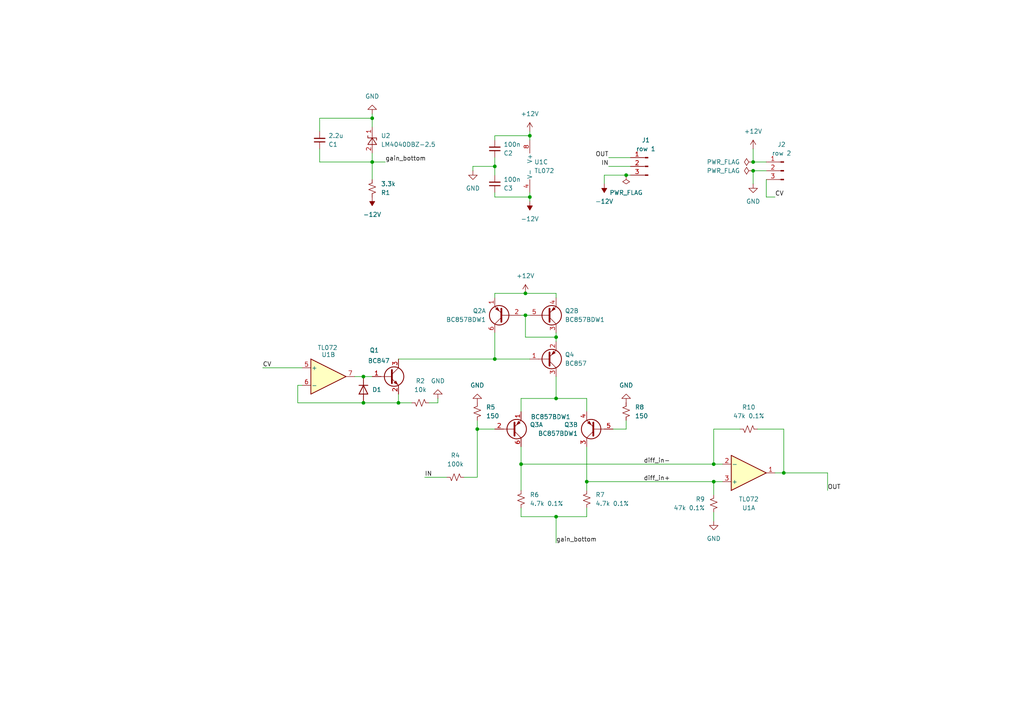
<source format=kicad_sch>
(kicad_sch
	(version 20250114)
	(generator "eeschema")
	(generator_version "9.0")
	(uuid "5269b1df-490f-41ba-b60a-93c4100cb4ea")
	(paper "A4")
	(title_block
		(title "VCA Unit")
		(rev "1")
	)
	(lib_symbols
		(symbol "Amplifier_Operational1:TL072"
			(pin_names
				(offset 0.127)
			)
			(exclude_from_sim no)
			(in_bom yes)
			(on_board yes)
			(property "Reference" "U"
				(at 0 5.08 0)
				(effects
					(font
						(size 1.27 1.27)
					)
					(justify left)
				)
			)
			(property "Value" "TL072"
				(at 0 -5.08 0)
				(effects
					(font
						(size 1.27 1.27)
					)
					(justify left)
				)
			)
			(property "Footprint" ""
				(at 0 0 0)
				(effects
					(font
						(size 1.27 1.27)
					)
					(hide yes)
				)
			)
			(property "Datasheet" "http://www.ti.com/lit/ds/symlink/tl071.pdf"
				(at 0 0 0)
				(effects
					(font
						(size 1.27 1.27)
					)
					(hide yes)
				)
			)
			(property "Description" "Dual Low-Noise JFET-Input Operational Amplifiers, DIP-8/SOIC-8"
				(at 0 0 0)
				(effects
					(font
						(size 1.27 1.27)
					)
					(hide yes)
				)
			)
			(property "Sim.Library" "C:\\Users\\naoki\\Dropbox\\synth\\KiCad\\8.0\\simulation\\TL072.lib"
				(at 0 0 0)
				(effects
					(font
						(size 1.27 1.27)
					)
					(hide yes)
				)
			)
			(property "Sim.Name" "DUAL"
				(at 0 0 0)
				(effects
					(font
						(size 1.27 1.27)
					)
					(hide yes)
				)
			)
			(property "Sim.Device" "SUBCKT"
				(at 0 0 0)
				(effects
					(font
						(size 1.27 1.27)
					)
					(hide yes)
				)
			)
			(property "Sim.Pins" "1=1 2=2 3=3 4=4 5=5 6=6 7=7 8=8"
				(at 0 0 0)
				(effects
					(font
						(size 1.27 1.27)
					)
					(hide yes)
				)
			)
			(property "ki_locked" ""
				(at 0 0 0)
				(effects
					(font
						(size 1.27 1.27)
					)
				)
			)
			(property "ki_keywords" "dual opamp"
				(at 0 0 0)
				(effects
					(font
						(size 1.27 1.27)
					)
					(hide yes)
				)
			)
			(property "ki_fp_filters" "SOIC*3.9x4.9mm*P1.27mm* DIP*W7.62mm* TO*99* OnSemi*Micro8* TSSOP*3x3mm*P0.65mm* TSSOP*4.4x3mm*P0.65mm* MSOP*3x3mm*P0.65mm* SSOP*3.9x4.9mm*P0.635mm* LFCSP*2x2mm*P0.5mm* *SIP* SOIC*5.3x6.2mm*P1.27mm*"
				(at 0 0 0)
				(effects
					(font
						(size 1.27 1.27)
					)
					(hide yes)
				)
			)
			(symbol "TL072_1_1"
				(polyline
					(pts
						(xy -5.08 5.08) (xy 5.08 0) (xy -5.08 -5.08) (xy -5.08 5.08)
					)
					(stroke
						(width 0.254)
						(type default)
					)
					(fill
						(type background)
					)
				)
				(pin input line
					(at -7.62 2.54 0)
					(length 2.54)
					(name "+"
						(effects
							(font
								(size 1.27 1.27)
							)
						)
					)
					(number "3"
						(effects
							(font
								(size 1.27 1.27)
							)
						)
					)
				)
				(pin input line
					(at -7.62 -2.54 0)
					(length 2.54)
					(name "-"
						(effects
							(font
								(size 1.27 1.27)
							)
						)
					)
					(number "2"
						(effects
							(font
								(size 1.27 1.27)
							)
						)
					)
				)
				(pin output line
					(at 7.62 0 180)
					(length 2.54)
					(name "~"
						(effects
							(font
								(size 1.27 1.27)
							)
						)
					)
					(number "1"
						(effects
							(font
								(size 1.27 1.27)
							)
						)
					)
				)
			)
			(symbol "TL072_2_1"
				(polyline
					(pts
						(xy -5.08 5.08) (xy 5.08 0) (xy -5.08 -5.08) (xy -5.08 5.08)
					)
					(stroke
						(width 0.254)
						(type default)
					)
					(fill
						(type background)
					)
				)
				(pin input line
					(at -7.62 2.54 0)
					(length 2.54)
					(name "+"
						(effects
							(font
								(size 1.27 1.27)
							)
						)
					)
					(number "5"
						(effects
							(font
								(size 1.27 1.27)
							)
						)
					)
				)
				(pin input line
					(at -7.62 -2.54 0)
					(length 2.54)
					(name "-"
						(effects
							(font
								(size 1.27 1.27)
							)
						)
					)
					(number "6"
						(effects
							(font
								(size 1.27 1.27)
							)
						)
					)
				)
				(pin output line
					(at 7.62 0 180)
					(length 2.54)
					(name "~"
						(effects
							(font
								(size 1.27 1.27)
							)
						)
					)
					(number "7"
						(effects
							(font
								(size 1.27 1.27)
							)
						)
					)
				)
			)
			(symbol "TL072_3_1"
				(pin power_in line
					(at -2.54 7.62 270)
					(length 3.81)
					(name "V+"
						(effects
							(font
								(size 1.27 1.27)
							)
						)
					)
					(number "8"
						(effects
							(font
								(size 1.27 1.27)
							)
						)
					)
				)
				(pin power_in line
					(at -2.54 -7.62 90)
					(length 3.81)
					(name "V-"
						(effects
							(font
								(size 1.27 1.27)
							)
						)
					)
					(number "4"
						(effects
							(font
								(size 1.27 1.27)
							)
						)
					)
				)
			)
			(embedded_fonts no)
		)
		(symbol "BC857BDW1_1"
			(pin_names
				(offset 0)
				(hide yes)
			)
			(exclude_from_sim no)
			(in_bom yes)
			(on_board yes)
			(property "Reference" "Q"
				(at 5.08 1.27 0)
				(effects
					(font
						(size 1.27 1.27)
					)
					(justify left)
				)
			)
			(property "Value" "BC857BDW1"
				(at 5.08 -1.27 0)
				(effects
					(font
						(size 1.27 1.27)
					)
					(justify left)
				)
			)
			(property "Footprint" "Package_TO_SOT_SMD:SOT-363_SC-70-6"
				(at 5.08 2.54 0)
				(effects
					(font
						(size 1.27 1.27)
					)
					(hide yes)
				)
			)
			(property "Datasheet" "http://www.onsemi.com/pub_link/Collateral/BC856BDW1T1-D.PDF"
				(at 0 0 0)
				(effects
					(font
						(size 1.27 1.27)
					)
					(hide yes)
				)
			)
			(property "Description" "100mA IC, 45V Vce, Dual PNP/PNP Transistors, SOT-363"
				(at 0 0 0)
				(effects
					(font
						(size 1.27 1.27)
					)
					(hide yes)
				)
			)
			(property "Sim.Library" "C:\\Users\\naoki\\Dropbox\\synth\\KiCad\\8.0\\simulation\\bc857bdw1.lib"
				(at 0 0 0)
				(effects
					(font
						(size 1.27 1.27)
					)
					(hide yes)
				)
			)
			(property "Sim.Name" "857BDW1"
				(at 0 0 0)
				(effects
					(font
						(size 1.27 1.27)
					)
					(hide yes)
				)
			)
			(property "Sim.Device" "SUBCKT"
				(at 0 0 0)
				(effects
					(font
						(size 1.27 1.27)
					)
					(hide yes)
				)
			)
			(property "Sim.Pins" "1=E1 2=B1 3=C2 4=E2 5=B2 6=C1"
				(at 0 0 0)
				(effects
					(font
						(size 1.27 1.27)
					)
					(hide yes)
				)
			)
			(property "ki_locked" ""
				(at 0 0 0)
				(effects
					(font
						(size 1.27 1.27)
					)
				)
			)
			(property "ki_keywords" "PNP/PNP Transistor"
				(at 0 0 0)
				(effects
					(font
						(size 1.27 1.27)
					)
					(hide yes)
				)
			)
			(property "ki_fp_filters" "SOT?363*"
				(at 0 0 0)
				(effects
					(font
						(size 1.27 1.27)
					)
					(hide yes)
				)
			)
			(symbol "BC857BDW1_1_0_1"
				(polyline
					(pts
						(xy 0.635 1.905) (xy 0.635 -1.905)
					)
					(stroke
						(width 0.508)
						(type default)
					)
					(fill
						(type none)
					)
				)
				(polyline
					(pts
						(xy 0.635 0.635) (xy 2.54 2.54)
					)
					(stroke
						(width 0)
						(type default)
					)
					(fill
						(type none)
					)
				)
				(polyline
					(pts
						(xy 0.635 0) (xy -2.54 0)
					)
					(stroke
						(width 0)
						(type default)
					)
					(fill
						(type none)
					)
				)
				(polyline
					(pts
						(xy 0.635 -0.635) (xy 2.54 -2.54)
					)
					(stroke
						(width 0)
						(type default)
					)
					(fill
						(type none)
					)
				)
				(circle
					(center 1.27 0)
					(radius 2.8194)
					(stroke
						(width 0.254)
						(type default)
					)
					(fill
						(type none)
					)
				)
				(polyline
					(pts
						(xy 2.286 -1.778) (xy 1.778 -2.286) (xy 1.27 -1.27) (xy 2.286 -1.778)
					)
					(stroke
						(width 0)
						(type default)
					)
					(fill
						(type outline)
					)
				)
			)
			(symbol "BC857BDW1_1_1_1"
				(pin input line
					(at -5.08 0 0)
					(length 2.54)
					(name "B1"
						(effects
							(font
								(size 1.27 1.27)
							)
						)
					)
					(number "2"
						(effects
							(font
								(size 1.27 1.27)
							)
						)
					)
				)
				(pin passive line
					(at 2.54 5.08 270)
					(length 2.54)
					(name "C1"
						(effects
							(font
								(size 1.27 1.27)
							)
						)
					)
					(number "6"
						(effects
							(font
								(size 1.27 1.27)
							)
						)
					)
				)
				(pin passive line
					(at 2.54 -5.08 90)
					(length 2.54)
					(name "E1"
						(effects
							(font
								(size 1.27 1.27)
							)
						)
					)
					(number "1"
						(effects
							(font
								(size 1.27 1.27)
							)
						)
					)
				)
			)
			(symbol "BC857BDW1_1_2_1"
				(pin input line
					(at -5.08 0 0)
					(length 2.54)
					(name "B2"
						(effects
							(font
								(size 1.27 1.27)
							)
						)
					)
					(number "5"
						(effects
							(font
								(size 1.27 1.27)
							)
						)
					)
				)
				(pin passive line
					(at 2.54 5.08 270)
					(length 2.54)
					(name "C2"
						(effects
							(font
								(size 1.27 1.27)
							)
						)
					)
					(number "3"
						(effects
							(font
								(size 1.27 1.27)
							)
						)
					)
				)
				(pin passive line
					(at 2.54 -5.08 90)
					(length 2.54)
					(name "E2"
						(effects
							(font
								(size 1.27 1.27)
							)
						)
					)
					(number "4"
						(effects
							(font
								(size 1.27 1.27)
							)
						)
					)
				)
			)
			(embedded_fonts no)
		)
		(symbol "Connector:Conn_01x03_Pin"
			(pin_names
				(offset 1.016)
				(hide yes)
			)
			(exclude_from_sim no)
			(in_bom yes)
			(on_board yes)
			(property "Reference" "J"
				(at 0 5.08 0)
				(effects
					(font
						(size 1.27 1.27)
					)
				)
			)
			(property "Value" "Conn_01x03_Pin"
				(at 0 -5.08 0)
				(effects
					(font
						(size 1.27 1.27)
					)
				)
			)
			(property "Footprint" ""
				(at 0 0 0)
				(effects
					(font
						(size 1.27 1.27)
					)
					(hide yes)
				)
			)
			(property "Datasheet" "~"
				(at 0 0 0)
				(effects
					(font
						(size 1.27 1.27)
					)
					(hide yes)
				)
			)
			(property "Description" "Generic connector, single row, 01x03, script generated"
				(at 0 0 0)
				(effects
					(font
						(size 1.27 1.27)
					)
					(hide yes)
				)
			)
			(property "ki_locked" ""
				(at 0 0 0)
				(effects
					(font
						(size 1.27 1.27)
					)
				)
			)
			(property "ki_keywords" "connector"
				(at 0 0 0)
				(effects
					(font
						(size 1.27 1.27)
					)
					(hide yes)
				)
			)
			(property "ki_fp_filters" "Connector*:*_1x??_*"
				(at 0 0 0)
				(effects
					(font
						(size 1.27 1.27)
					)
					(hide yes)
				)
			)
			(symbol "Conn_01x03_Pin_1_1"
				(rectangle
					(start 0.8636 2.667)
					(end 0 2.413)
					(stroke
						(width 0.1524)
						(type default)
					)
					(fill
						(type outline)
					)
				)
				(rectangle
					(start 0.8636 0.127)
					(end 0 -0.127)
					(stroke
						(width 0.1524)
						(type default)
					)
					(fill
						(type outline)
					)
				)
				(rectangle
					(start 0.8636 -2.413)
					(end 0 -2.667)
					(stroke
						(width 0.1524)
						(type default)
					)
					(fill
						(type outline)
					)
				)
				(polyline
					(pts
						(xy 1.27 2.54) (xy 0.8636 2.54)
					)
					(stroke
						(width 0.1524)
						(type default)
					)
					(fill
						(type none)
					)
				)
				(polyline
					(pts
						(xy 1.27 0) (xy 0.8636 0)
					)
					(stroke
						(width 0.1524)
						(type default)
					)
					(fill
						(type none)
					)
				)
				(polyline
					(pts
						(xy 1.27 -2.54) (xy 0.8636 -2.54)
					)
					(stroke
						(width 0.1524)
						(type default)
					)
					(fill
						(type none)
					)
				)
				(pin passive line
					(at 5.08 2.54 180)
					(length 3.81)
					(name "Pin_1"
						(effects
							(font
								(size 1.27 1.27)
							)
						)
					)
					(number "1"
						(effects
							(font
								(size 1.27 1.27)
							)
						)
					)
				)
				(pin passive line
					(at 5.08 0 180)
					(length 3.81)
					(name "Pin_2"
						(effects
							(font
								(size 1.27 1.27)
							)
						)
					)
					(number "2"
						(effects
							(font
								(size 1.27 1.27)
							)
						)
					)
				)
				(pin passive line
					(at 5.08 -2.54 180)
					(length 3.81)
					(name "Pin_3"
						(effects
							(font
								(size 1.27 1.27)
							)
						)
					)
					(number "3"
						(effects
							(font
								(size 1.27 1.27)
							)
						)
					)
				)
			)
			(embedded_fonts no)
		)
		(symbol "Device:C_Small"
			(pin_numbers
				(hide yes)
			)
			(pin_names
				(offset 0.254)
				(hide yes)
			)
			(exclude_from_sim no)
			(in_bom yes)
			(on_board yes)
			(property "Reference" "C"
				(at 0.254 1.778 0)
				(effects
					(font
						(size 1.27 1.27)
					)
					(justify left)
				)
			)
			(property "Value" "C_Small"
				(at 0.254 -2.032 0)
				(effects
					(font
						(size 1.27 1.27)
					)
					(justify left)
				)
			)
			(property "Footprint" ""
				(at 0 0 0)
				(effects
					(font
						(size 1.27 1.27)
					)
					(hide yes)
				)
			)
			(property "Datasheet" "~"
				(at 0 0 0)
				(effects
					(font
						(size 1.27 1.27)
					)
					(hide yes)
				)
			)
			(property "Description" "Unpolarized capacitor, small symbol"
				(at 0 0 0)
				(effects
					(font
						(size 1.27 1.27)
					)
					(hide yes)
				)
			)
			(property "ki_keywords" "capacitor cap"
				(at 0 0 0)
				(effects
					(font
						(size 1.27 1.27)
					)
					(hide yes)
				)
			)
			(property "ki_fp_filters" "C_*"
				(at 0 0 0)
				(effects
					(font
						(size 1.27 1.27)
					)
					(hide yes)
				)
			)
			(symbol "C_Small_0_1"
				(polyline
					(pts
						(xy -1.524 0.508) (xy 1.524 0.508)
					)
					(stroke
						(width 0.3048)
						(type default)
					)
					(fill
						(type none)
					)
				)
				(polyline
					(pts
						(xy -1.524 -0.508) (xy 1.524 -0.508)
					)
					(stroke
						(width 0.3302)
						(type default)
					)
					(fill
						(type none)
					)
				)
			)
			(symbol "C_Small_1_1"
				(pin passive line
					(at 0 2.54 270)
					(length 2.032)
					(name "~"
						(effects
							(font
								(size 1.27 1.27)
							)
						)
					)
					(number "1"
						(effects
							(font
								(size 1.27 1.27)
							)
						)
					)
				)
				(pin passive line
					(at 0 -2.54 90)
					(length 2.032)
					(name "~"
						(effects
							(font
								(size 1.27 1.27)
							)
						)
					)
					(number "2"
						(effects
							(font
								(size 1.27 1.27)
							)
						)
					)
				)
			)
			(embedded_fonts no)
		)
		(symbol "Device:R_Small_US"
			(pin_numbers
				(hide yes)
			)
			(pin_names
				(offset 0.254)
				(hide yes)
			)
			(exclude_from_sim no)
			(in_bom yes)
			(on_board yes)
			(property "Reference" "R"
				(at 0.762 0.508 0)
				(effects
					(font
						(size 1.27 1.27)
					)
					(justify left)
				)
			)
			(property "Value" "R_Small_US"
				(at 0.762 -1.016 0)
				(effects
					(font
						(size 1.27 1.27)
					)
					(justify left)
				)
			)
			(property "Footprint" ""
				(at 0 0 0)
				(effects
					(font
						(size 1.27 1.27)
					)
					(hide yes)
				)
			)
			(property "Datasheet" "~"
				(at 0 0 0)
				(effects
					(font
						(size 1.27 1.27)
					)
					(hide yes)
				)
			)
			(property "Description" "Resistor, small US symbol"
				(at 0 0 0)
				(effects
					(font
						(size 1.27 1.27)
					)
					(hide yes)
				)
			)
			(property "ki_keywords" "r resistor"
				(at 0 0 0)
				(effects
					(font
						(size 1.27 1.27)
					)
					(hide yes)
				)
			)
			(property "ki_fp_filters" "R_*"
				(at 0 0 0)
				(effects
					(font
						(size 1.27 1.27)
					)
					(hide yes)
				)
			)
			(symbol "R_Small_US_1_1"
				(polyline
					(pts
						(xy 0 1.524) (xy 1.016 1.143) (xy 0 0.762) (xy -1.016 0.381) (xy 0 0)
					)
					(stroke
						(width 0)
						(type default)
					)
					(fill
						(type none)
					)
				)
				(polyline
					(pts
						(xy 0 0) (xy 1.016 -0.381) (xy 0 -0.762) (xy -1.016 -1.143) (xy 0 -1.524)
					)
					(stroke
						(width 0)
						(type default)
					)
					(fill
						(type none)
					)
				)
				(pin passive line
					(at 0 2.54 270)
					(length 1.016)
					(name "~"
						(effects
							(font
								(size 1.27 1.27)
							)
						)
					)
					(number "1"
						(effects
							(font
								(size 1.27 1.27)
							)
						)
					)
				)
				(pin passive line
					(at 0 -2.54 90)
					(length 1.016)
					(name "~"
						(effects
							(font
								(size 1.27 1.27)
							)
						)
					)
					(number "2"
						(effects
							(font
								(size 1.27 1.27)
							)
						)
					)
				)
			)
			(embedded_fonts no)
		)
		(symbol "Diode:1N4148"
			(pin_numbers
				(hide yes)
			)
			(pin_names
				(hide yes)
			)
			(exclude_from_sim no)
			(in_bom yes)
			(on_board yes)
			(property "Reference" "D"
				(at 0 2.54 0)
				(effects
					(font
						(size 1.27 1.27)
					)
				)
			)
			(property "Value" "1N4148"
				(at 0 -2.54 0)
				(effects
					(font
						(size 1.27 1.27)
					)
				)
			)
			(property "Footprint" "Diode_THT:D_DO-35_SOD27_P7.62mm_Horizontal"
				(at 0 0 0)
				(effects
					(font
						(size 1.27 1.27)
					)
					(hide yes)
				)
			)
			(property "Datasheet" "https://assets.nexperia.com/documents/data-sheet/1N4148_1N4448.pdf"
				(at 0 0 0)
				(effects
					(font
						(size 1.27 1.27)
					)
					(hide yes)
				)
			)
			(property "Description" "100V 0.15A standard switching diode, DO-35"
				(at 0 0 0)
				(effects
					(font
						(size 1.27 1.27)
					)
					(hide yes)
				)
			)
			(property "Sim.Device" "D"
				(at 0 0 0)
				(effects
					(font
						(size 1.27 1.27)
					)
					(hide yes)
				)
			)
			(property "Sim.Pins" "1=K 2=A"
				(at 0 0 0)
				(effects
					(font
						(size 1.27 1.27)
					)
					(hide yes)
				)
			)
			(property "ki_keywords" "diode"
				(at 0 0 0)
				(effects
					(font
						(size 1.27 1.27)
					)
					(hide yes)
				)
			)
			(property "ki_fp_filters" "D*DO?35*"
				(at 0 0 0)
				(effects
					(font
						(size 1.27 1.27)
					)
					(hide yes)
				)
			)
			(symbol "1N4148_0_1"
				(polyline
					(pts
						(xy -1.27 1.27) (xy -1.27 -1.27)
					)
					(stroke
						(width 0.254)
						(type default)
					)
					(fill
						(type none)
					)
				)
				(polyline
					(pts
						(xy 1.27 1.27) (xy 1.27 -1.27) (xy -1.27 0) (xy 1.27 1.27)
					)
					(stroke
						(width 0.254)
						(type default)
					)
					(fill
						(type none)
					)
				)
				(polyline
					(pts
						(xy 1.27 0) (xy -1.27 0)
					)
					(stroke
						(width 0)
						(type default)
					)
					(fill
						(type none)
					)
				)
			)
			(symbol "1N4148_1_1"
				(pin passive line
					(at -3.81 0 0)
					(length 2.54)
					(name "K"
						(effects
							(font
								(size 1.27 1.27)
							)
						)
					)
					(number "1"
						(effects
							(font
								(size 1.27 1.27)
							)
						)
					)
				)
				(pin passive line
					(at 3.81 0 180)
					(length 2.54)
					(name "A"
						(effects
							(font
								(size 1.27 1.27)
							)
						)
					)
					(number "2"
						(effects
							(font
								(size 1.27 1.27)
							)
						)
					)
				)
			)
			(embedded_fonts no)
		)
		(symbol "Reference_Voltage:LM4040DBZ-2.5"
			(pin_names
				(offset 0.0254)
				(hide yes)
			)
			(exclude_from_sim no)
			(in_bom yes)
			(on_board yes)
			(property "Reference" "U"
				(at 0 2.54 0)
				(effects
					(font
						(size 1.27 1.27)
					)
				)
			)
			(property "Value" "LM4040DBZ-2.5"
				(at 0 -3.175 0)
				(effects
					(font
						(size 1.27 1.27)
					)
				)
			)
			(property "Footprint" "Package_TO_SOT_SMD:SOT-23"
				(at 0 -5.08 0)
				(effects
					(font
						(size 1.27 1.27)
						(italic yes)
					)
					(hide yes)
				)
			)
			(property "Datasheet" "http://www.ti.com/lit/ds/symlink/lm4040-n.pdf"
				(at 0 0 0)
				(effects
					(font
						(size 1.27 1.27)
						(italic yes)
					)
					(hide yes)
				)
			)
			(property "Description" "2.500V Precision Micropower Shunt Voltage Reference, SOT-23"
				(at 0 0 0)
				(effects
					(font
						(size 1.27 1.27)
					)
					(hide yes)
				)
			)
			(property "ki_keywords" "diode device voltage reference shunt"
				(at 0 0 0)
				(effects
					(font
						(size 1.27 1.27)
					)
					(hide yes)
				)
			)
			(property "ki_fp_filters" "SOT?23*"
				(at 0 0 0)
				(effects
					(font
						(size 1.27 1.27)
					)
					(hide yes)
				)
			)
			(symbol "LM4040DBZ-2.5_0_1"
				(polyline
					(pts
						(xy -1.27 0) (xy 0 0) (xy 1.27 0)
					)
					(stroke
						(width 0)
						(type default)
					)
					(fill
						(type none)
					)
				)
				(polyline
					(pts
						(xy -1.27 -1.27) (xy 0.635 0) (xy -1.27 1.27) (xy -1.27 -1.27)
					)
					(stroke
						(width 0.2032)
						(type default)
					)
					(fill
						(type none)
					)
				)
				(polyline
					(pts
						(xy 0 -1.27) (xy 0.635 -1.27) (xy 0.635 1.27) (xy 1.27 1.27)
					)
					(stroke
						(width 0.2032)
						(type default)
					)
					(fill
						(type none)
					)
				)
			)
			(symbol "LM4040DBZ-2.5_1_1"
				(pin passive line
					(at -3.81 0 0)
					(length 2.54)
					(name "A"
						(effects
							(font
								(size 1.27 1.27)
							)
						)
					)
					(number "2"
						(effects
							(font
								(size 1.27 1.27)
							)
						)
					)
				)
				(pin no_connect line
					(at -1.27 0 0)
					(length 2.54)
					(hide yes)
					(name "NC"
						(effects
							(font
								(size 1.27 1.27)
							)
						)
					)
					(number "3"
						(effects
							(font
								(size 1.27 1.27)
							)
						)
					)
				)
				(pin passive line
					(at 3.81 0 180)
					(length 2.54)
					(name "K"
						(effects
							(font
								(size 1.27 1.27)
							)
						)
					)
					(number "1"
						(effects
							(font
								(size 1.27 1.27)
							)
						)
					)
				)
			)
			(embedded_fonts no)
		)
		(symbol "TL072_2"
			(pin_names
				(offset 0.127)
			)
			(exclude_from_sim no)
			(in_bom yes)
			(on_board yes)
			(property "Reference" "U"
				(at 0 5.08 0)
				(effects
					(font
						(size 1.27 1.27)
					)
					(justify left)
				)
			)
			(property "Value" "TL072"
				(at 0 -5.08 0)
				(effects
					(font
						(size 1.27 1.27)
					)
					(justify left)
				)
			)
			(property "Footprint" ""
				(at 0 0 0)
				(effects
					(font
						(size 1.27 1.27)
					)
					(hide yes)
				)
			)
			(property "Datasheet" "http://www.ti.com/lit/ds/symlink/tl071.pdf"
				(at 0 0 0)
				(effects
					(font
						(size 1.27 1.27)
					)
					(hide yes)
				)
			)
			(property "Description" "Dual Low-Noise JFET-Input Operational Amplifiers, DIP-8/SOIC-8"
				(at 0 0 0)
				(effects
					(font
						(size 1.27 1.27)
					)
					(hide yes)
				)
			)
			(property "Sim.Library" "C:\\Users\\naoki\\Dropbox\\synth\\KiCad\\8.0\\simulation\\TL072.lib"
				(at 0 0 0)
				(effects
					(font
						(size 1.27 1.27)
					)
					(hide yes)
				)
			)
			(property "Sim.Name" "DUAL"
				(at 0 0 0)
				(effects
					(font
						(size 1.27 1.27)
					)
					(hide yes)
				)
			)
			(property "Sim.Device" "SUBCKT"
				(at 0 0 0)
				(effects
					(font
						(size 1.27 1.27)
					)
					(hide yes)
				)
			)
			(property "Sim.Pins" "1=1 2=2 3=3 4=4 5=5 6=6 7=7 8=8"
				(at 0 0 0)
				(effects
					(font
						(size 1.27 1.27)
					)
					(hide yes)
				)
			)
			(property "ki_locked" ""
				(at 0 0 0)
				(effects
					(font
						(size 1.27 1.27)
					)
				)
			)
			(property "ki_keywords" "dual opamp"
				(at 0 0 0)
				(effects
					(font
						(size 1.27 1.27)
					)
					(hide yes)
				)
			)
			(property "ki_fp_filters" "SOIC*3.9x4.9mm*P1.27mm* DIP*W7.62mm* TO*99* OnSemi*Micro8* TSSOP*3x3mm*P0.65mm* TSSOP*4.4x3mm*P0.65mm* MSOP*3x3mm*P0.65mm* SSOP*3.9x4.9mm*P0.635mm* LFCSP*2x2mm*P0.5mm* *SIP* SOIC*5.3x6.2mm*P1.27mm*"
				(at 0 0 0)
				(effects
					(font
						(size 1.27 1.27)
					)
					(hide yes)
				)
			)
			(symbol "TL072_2_1_1"
				(polyline
					(pts
						(xy -5.08 5.08) (xy 5.08 0) (xy -5.08 -5.08) (xy -5.08 5.08)
					)
					(stroke
						(width 0.254)
						(type default)
					)
					(fill
						(type background)
					)
				)
				(pin input line
					(at -7.62 2.54 0)
					(length 2.54)
					(name "+"
						(effects
							(font
								(size 1.27 1.27)
							)
						)
					)
					(number "3"
						(effects
							(font
								(size 1.27 1.27)
							)
						)
					)
				)
				(pin input line
					(at -7.62 -2.54 0)
					(length 2.54)
					(name "-"
						(effects
							(font
								(size 1.27 1.27)
							)
						)
					)
					(number "2"
						(effects
							(font
								(size 1.27 1.27)
							)
						)
					)
				)
				(pin output line
					(at 7.62 0 180)
					(length 2.54)
					(name "~"
						(effects
							(font
								(size 1.27 1.27)
							)
						)
					)
					(number "1"
						(effects
							(font
								(size 1.27 1.27)
							)
						)
					)
				)
			)
			(symbol "TL072_2_2_1"
				(polyline
					(pts
						(xy -5.08 5.08) (xy 5.08 0) (xy -5.08 -5.08) (xy -5.08 5.08)
					)
					(stroke
						(width 0.254)
						(type default)
					)
					(fill
						(type background)
					)
				)
				(pin input line
					(at -7.62 2.54 0)
					(length 2.54)
					(name "+"
						(effects
							(font
								(size 1.27 1.27)
							)
						)
					)
					(number "5"
						(effects
							(font
								(size 1.27 1.27)
							)
						)
					)
				)
				(pin input line
					(at -7.62 -2.54 0)
					(length 2.54)
					(name "-"
						(effects
							(font
								(size 1.27 1.27)
							)
						)
					)
					(number "6"
						(effects
							(font
								(size 1.27 1.27)
							)
						)
					)
				)
				(pin output line
					(at 7.62 0 180)
					(length 2.54)
					(name "~"
						(effects
							(font
								(size 1.27 1.27)
							)
						)
					)
					(number "7"
						(effects
							(font
								(size 1.27 1.27)
							)
						)
					)
				)
			)
			(symbol "TL072_2_3_1"
				(pin power_in line
					(at -2.54 7.62 270)
					(length 3.81)
					(name "V+"
						(effects
							(font
								(size 1.27 1.27)
							)
						)
					)
					(number "8"
						(effects
							(font
								(size 1.27 1.27)
							)
						)
					)
				)
				(pin power_in line
					(at -2.54 -7.62 90)
					(length 3.81)
					(name "V-"
						(effects
							(font
								(size 1.27 1.27)
							)
						)
					)
					(number "4"
						(effects
							(font
								(size 1.27 1.27)
							)
						)
					)
				)
			)
			(embedded_fonts no)
		)
		(symbol "TL072_3"
			(pin_names
				(offset 0.127)
			)
			(exclude_from_sim no)
			(in_bom yes)
			(on_board yes)
			(property "Reference" "U"
				(at 0 5.08 0)
				(effects
					(font
						(size 1.27 1.27)
					)
					(justify left)
				)
			)
			(property "Value" "TL072"
				(at 0 -5.08 0)
				(effects
					(font
						(size 1.27 1.27)
					)
					(justify left)
				)
			)
			(property "Footprint" ""
				(at 0 0 0)
				(effects
					(font
						(size 1.27 1.27)
					)
					(hide yes)
				)
			)
			(property "Datasheet" "http://www.ti.com/lit/ds/symlink/tl071.pdf"
				(at 0 0 0)
				(effects
					(font
						(size 1.27 1.27)
					)
					(hide yes)
				)
			)
			(property "Description" "Dual Low-Noise JFET-Input Operational Amplifiers, DIP-8/SOIC-8"
				(at 0 0 0)
				(effects
					(font
						(size 1.27 1.27)
					)
					(hide yes)
				)
			)
			(property "Sim.Library" "C:\\Users\\naoki\\Dropbox\\synth\\KiCad\\8.0\\simulation\\TL072.lib"
				(at 0 0 0)
				(effects
					(font
						(size 1.27 1.27)
					)
					(hide yes)
				)
			)
			(property "Sim.Name" "DUAL"
				(at 0 0 0)
				(effects
					(font
						(size 1.27 1.27)
					)
					(hide yes)
				)
			)
			(property "Sim.Device" "SUBCKT"
				(at 0 0 0)
				(effects
					(font
						(size 1.27 1.27)
					)
					(hide yes)
				)
			)
			(property "Sim.Pins" "1=1 2=2 3=3 4=4 5=5 6=6 7=7 8=8"
				(at 0 0 0)
				(effects
					(font
						(size 1.27 1.27)
					)
					(hide yes)
				)
			)
			(property "ki_locked" ""
				(at 0 0 0)
				(effects
					(font
						(size 1.27 1.27)
					)
				)
			)
			(property "ki_keywords" "dual opamp"
				(at 0 0 0)
				(effects
					(font
						(size 1.27 1.27)
					)
					(hide yes)
				)
			)
			(property "ki_fp_filters" "SOIC*3.9x4.9mm*P1.27mm* DIP*W7.62mm* TO*99* OnSemi*Micro8* TSSOP*3x3mm*P0.65mm* TSSOP*4.4x3mm*P0.65mm* MSOP*3x3mm*P0.65mm* SSOP*3.9x4.9mm*P0.635mm* LFCSP*2x2mm*P0.5mm* *SIP* SOIC*5.3x6.2mm*P1.27mm*"
				(at 0 0 0)
				(effects
					(font
						(size 1.27 1.27)
					)
					(hide yes)
				)
			)
			(symbol "TL072_3_1_1"
				(polyline
					(pts
						(xy -5.08 5.08) (xy 5.08 0) (xy -5.08 -5.08) (xy -5.08 5.08)
					)
					(stroke
						(width 0.254)
						(type default)
					)
					(fill
						(type background)
					)
				)
				(pin input line
					(at -7.62 2.54 0)
					(length 2.54)
					(name "+"
						(effects
							(font
								(size 1.27 1.27)
							)
						)
					)
					(number "3"
						(effects
							(font
								(size 1.27 1.27)
							)
						)
					)
				)
				(pin input line
					(at -7.62 -2.54 0)
					(length 2.54)
					(name "-"
						(effects
							(font
								(size 1.27 1.27)
							)
						)
					)
					(number "2"
						(effects
							(font
								(size 1.27 1.27)
							)
						)
					)
				)
				(pin output line
					(at 7.62 0 180)
					(length 2.54)
					(name "~"
						(effects
							(font
								(size 1.27 1.27)
							)
						)
					)
					(number "1"
						(effects
							(font
								(size 1.27 1.27)
							)
						)
					)
				)
			)
			(symbol "TL072_3_2_1"
				(polyline
					(pts
						(xy -5.08 5.08) (xy 5.08 0) (xy -5.08 -5.08) (xy -5.08 5.08)
					)
					(stroke
						(width 0.254)
						(type default)
					)
					(fill
						(type background)
					)
				)
				(pin input line
					(at -7.62 2.54 0)
					(length 2.54)
					(name "+"
						(effects
							(font
								(size 1.27 1.27)
							)
						)
					)
					(number "5"
						(effects
							(font
								(size 1.27 1.27)
							)
						)
					)
				)
				(pin input line
					(at -7.62 -2.54 0)
					(length 2.54)
					(name "-"
						(effects
							(font
								(size 1.27 1.27)
							)
						)
					)
					(number "6"
						(effects
							(font
								(size 1.27 1.27)
							)
						)
					)
				)
				(pin output line
					(at 7.62 0 180)
					(length 2.54)
					(name "~"
						(effects
							(font
								(size 1.27 1.27)
							)
						)
					)
					(number "7"
						(effects
							(font
								(size 1.27 1.27)
							)
						)
					)
				)
			)
			(symbol "TL072_3_3_1"
				(pin power_in line
					(at -2.54 7.62 270)
					(length 3.81)
					(name "V+"
						(effects
							(font
								(size 1.27 1.27)
							)
						)
					)
					(number "8"
						(effects
							(font
								(size 1.27 1.27)
							)
						)
					)
				)
				(pin power_in line
					(at -2.54 -7.62 90)
					(length 3.81)
					(name "V-"
						(effects
							(font
								(size 1.27 1.27)
							)
						)
					)
					(number "4"
						(effects
							(font
								(size 1.27 1.27)
							)
						)
					)
				)
			)
			(embedded_fonts no)
		)
		(symbol "Transistor_BJT1:BC847"
			(pin_names
				(offset 0)
				(hide yes)
			)
			(exclude_from_sim no)
			(in_bom yes)
			(on_board yes)
			(property "Reference" "Q"
				(at 5.08 1.905 0)
				(effects
					(font
						(size 1.27 1.27)
					)
					(justify left)
				)
			)
			(property "Value" "BC847"
				(at 5.08 0 0)
				(effects
					(font
						(size 1.27 1.27)
					)
					(justify left)
				)
			)
			(property "Footprint" "Package_TO_SOT_SMD:SOT-23"
				(at 5.08 -1.905 0)
				(effects
					(font
						(size 1.27 1.27)
						(italic yes)
					)
					(justify left)
					(hide yes)
				)
			)
			(property "Datasheet" "http://www.infineon.com/dgdl/Infineon-BC847SERIES_BC848SERIES_BC849SERIES_BC850SERIES-DS-v01_01-en.pdf?fileId=db3a304314dca389011541d4630a1657"
				(at 0 0 0)
				(effects
					(font
						(size 1.27 1.27)
					)
					(justify left)
					(hide yes)
				)
			)
			(property "Description" "0.1A Ic, 45V Vce, NPN Transistor, SOT-23"
				(at 0 0 0)
				(effects
					(font
						(size 1.27 1.27)
					)
					(hide yes)
				)
			)
			(property "Sim.Library" "C:\\Users\\naoki\\Dropbox\\synth\\KiCad\\8.0\\simulation\\bc547.lib"
				(at 0 0 0)
				(effects
					(font
						(size 1.27 1.27)
					)
					(hide yes)
				)
			)
			(property "Sim.Name" "BC547"
				(at 0 0 0)
				(effects
					(font
						(size 1.27 1.27)
					)
					(hide yes)
				)
			)
			(property "Sim.Device" "NPN"
				(at 0 0 0)
				(effects
					(font
						(size 1.27 1.27)
					)
					(hide yes)
				)
			)
			(property "Sim.Type" "GUMMELPOON"
				(at 0 0 0)
				(effects
					(font
						(size 1.27 1.27)
					)
					(hide yes)
				)
			)
			(property "Sim.Pins" "1=B 2=E 3=C"
				(at 0 0 0)
				(effects
					(font
						(size 1.27 1.27)
					)
					(hide yes)
				)
			)
			(property "ki_keywords" "NPN Small Signal Transistor"
				(at 0 0 0)
				(effects
					(font
						(size 1.27 1.27)
					)
					(hide yes)
				)
			)
			(property "ki_fp_filters" "SOT?23*"
				(at 0 0 0)
				(effects
					(font
						(size 1.27 1.27)
					)
					(hide yes)
				)
			)
			(symbol "BC847_0_1"
				(polyline
					(pts
						(xy -2.54 0) (xy 0.635 0)
					)
					(stroke
						(width 0)
						(type default)
					)
					(fill
						(type none)
					)
				)
				(polyline
					(pts
						(xy 0.635 1.905) (xy 0.635 -1.905)
					)
					(stroke
						(width 0.508)
						(type default)
					)
					(fill
						(type none)
					)
				)
				(circle
					(center 1.27 0)
					(radius 2.8194)
					(stroke
						(width 0.254)
						(type default)
					)
					(fill
						(type none)
					)
				)
			)
			(symbol "BC847_1_1"
				(polyline
					(pts
						(xy 0.635 0.635) (xy 2.54 2.54)
					)
					(stroke
						(width 0)
						(type default)
					)
					(fill
						(type none)
					)
				)
				(polyline
					(pts
						(xy 0.635 -0.635) (xy 2.54 -2.54)
					)
					(stroke
						(width 0)
						(type default)
					)
					(fill
						(type none)
					)
				)
				(polyline
					(pts
						(xy 1.27 -1.778) (xy 1.778 -1.27) (xy 2.286 -2.286) (xy 1.27 -1.778)
					)
					(stroke
						(width 0)
						(type default)
					)
					(fill
						(type outline)
					)
				)
				(pin input line
					(at -5.08 0 0)
					(length 2.54)
					(name "B"
						(effects
							(font
								(size 1.27 1.27)
							)
						)
					)
					(number "1"
						(effects
							(font
								(size 1.27 1.27)
							)
						)
					)
				)
				(pin passive line
					(at 2.54 5.08 270)
					(length 2.54)
					(name "C"
						(effects
							(font
								(size 1.27 1.27)
							)
						)
					)
					(number "3"
						(effects
							(font
								(size 1.27 1.27)
							)
						)
					)
				)
				(pin passive line
					(at 2.54 -5.08 90)
					(length 2.54)
					(name "E"
						(effects
							(font
								(size 1.27 1.27)
							)
						)
					)
					(number "2"
						(effects
							(font
								(size 1.27 1.27)
							)
						)
					)
				)
			)
			(embedded_fonts no)
		)
		(symbol "Transistor_BJT1:BC857"
			(pin_names
				(offset 0)
				(hide yes)
			)
			(exclude_from_sim no)
			(in_bom yes)
			(on_board yes)
			(property "Reference" "Q"
				(at 5.08 1.905 0)
				(effects
					(font
						(size 1.27 1.27)
					)
					(justify left)
				)
			)
			(property "Value" "BC857"
				(at 5.08 0 0)
				(effects
					(font
						(size 1.27 1.27)
					)
					(justify left)
				)
			)
			(property "Footprint" "Package_TO_SOT_SMD:SOT-23"
				(at 5.08 -1.905 0)
				(effects
					(font
						(size 1.27 1.27)
						(italic yes)
					)
					(justify left)
					(hide yes)
				)
			)
			(property "Datasheet" "https://www.onsemi.com/pub/Collateral/BC860-D.pdf"
				(at 0 0 0)
				(effects
					(font
						(size 1.27 1.27)
					)
					(justify left)
					(hide yes)
				)
			)
			(property "Description" "0.1A Ic, 45V Vce, PNP Transistor, SOT-23"
				(at 0 0 0)
				(effects
					(font
						(size 1.27 1.27)
					)
					(hide yes)
				)
			)
			(property "Sim.Library" "C:\\Users\\naoki\\Dropbox\\synth\\KiCad\\8.0\\simulation\\bc557.lib"
				(at 0 0 0)
				(effects
					(font
						(size 1.27 1.27)
					)
					(hide yes)
				)
			)
			(property "Sim.Name" "BC557"
				(at 0 0 0)
				(effects
					(font
						(size 1.27 1.27)
					)
					(hide yes)
				)
			)
			(property "Sim.Device" "PNP"
				(at 0 0 0)
				(effects
					(font
						(size 1.27 1.27)
					)
					(hide yes)
				)
			)
			(property "Sim.Type" "GUMMELPOON"
				(at 0 0 0)
				(effects
					(font
						(size 1.27 1.27)
					)
					(hide yes)
				)
			)
			(property "Sim.Pins" "1=B 2=E 3=C"
				(at 0 0 0)
				(effects
					(font
						(size 1.27 1.27)
					)
					(hide yes)
				)
			)
			(property "ki_keywords" "PNP transistor"
				(at 0 0 0)
				(effects
					(font
						(size 1.27 1.27)
					)
					(hide yes)
				)
			)
			(property "ki_fp_filters" "SOT?23*"
				(at 0 0 0)
				(effects
					(font
						(size 1.27 1.27)
					)
					(hide yes)
				)
			)
			(symbol "BC857_0_1"
				(polyline
					(pts
						(xy -2.54 0) (xy 0.635 0)
					)
					(stroke
						(width 0)
						(type default)
					)
					(fill
						(type none)
					)
				)
				(polyline
					(pts
						(xy 0.635 1.905) (xy 0.635 -1.905)
					)
					(stroke
						(width 0.508)
						(type default)
					)
					(fill
						(type none)
					)
				)
				(polyline
					(pts
						(xy 0.635 0.635) (xy 2.54 2.54)
					)
					(stroke
						(width 0)
						(type default)
					)
					(fill
						(type none)
					)
				)
				(polyline
					(pts
						(xy 0.635 -0.635) (xy 2.54 -2.54)
					)
					(stroke
						(width 0)
						(type default)
					)
					(fill
						(type none)
					)
				)
				(circle
					(center 1.27 0)
					(radius 2.8194)
					(stroke
						(width 0.254)
						(type default)
					)
					(fill
						(type none)
					)
				)
				(polyline
					(pts
						(xy 2.286 -1.778) (xy 1.778 -2.286) (xy 1.27 -1.27) (xy 2.286 -1.778)
					)
					(stroke
						(width 0)
						(type default)
					)
					(fill
						(type outline)
					)
				)
			)
			(symbol "BC857_1_1"
				(pin input line
					(at -5.08 0 0)
					(length 2.54)
					(name "B"
						(effects
							(font
								(size 1.27 1.27)
							)
						)
					)
					(number "1"
						(effects
							(font
								(size 1.27 1.27)
							)
						)
					)
				)
				(pin passive line
					(at 2.54 5.08 270)
					(length 2.54)
					(name "C"
						(effects
							(font
								(size 1.27 1.27)
							)
						)
					)
					(number "3"
						(effects
							(font
								(size 1.27 1.27)
							)
						)
					)
				)
				(pin passive line
					(at 2.54 -5.08 90)
					(length 2.54)
					(name "E"
						(effects
							(font
								(size 1.27 1.27)
							)
						)
					)
					(number "2"
						(effects
							(font
								(size 1.27 1.27)
							)
						)
					)
				)
			)
			(embedded_fonts no)
		)
		(symbol "Transistor_BJT1:BC857BDW1"
			(pin_names
				(offset 0)
				(hide yes)
			)
			(exclude_from_sim no)
			(in_bom yes)
			(on_board yes)
			(property "Reference" "Q"
				(at 5.08 1.27 0)
				(effects
					(font
						(size 1.27 1.27)
					)
					(justify left)
				)
			)
			(property "Value" "BC857BDW1"
				(at 5.08 -1.27 0)
				(effects
					(font
						(size 1.27 1.27)
					)
					(justify left)
				)
			)
			(property "Footprint" "Package_TO_SOT_SMD:SOT-363_SC-70-6"
				(at 5.08 2.54 0)
				(effects
					(font
						(size 1.27 1.27)
					)
					(hide yes)
				)
			)
			(property "Datasheet" "http://www.onsemi.com/pub_link/Collateral/BC856BDW1T1-D.PDF"
				(at 0 0 0)
				(effects
					(font
						(size 1.27 1.27)
					)
					(hide yes)
				)
			)
			(property "Description" "100mA IC, 45V Vce, Dual PNP/PNP Transistors, SOT-363"
				(at 0 0 0)
				(effects
					(font
						(size 1.27 1.27)
					)
					(hide yes)
				)
			)
			(property "Sim.Library" "C:\\Users\\naoki\\Dropbox\\synth\\KiCad\\8.0\\simulation\\bc857bdw1.lib"
				(at 0 0 0)
				(effects
					(font
						(size 1.27 1.27)
					)
					(hide yes)
				)
			)
			(property "Sim.Name" "857BDW1"
				(at 0 0 0)
				(effects
					(font
						(size 1.27 1.27)
					)
					(hide yes)
				)
			)
			(property "Sim.Device" "SUBCKT"
				(at 0 0 0)
				(effects
					(font
						(size 1.27 1.27)
					)
					(hide yes)
				)
			)
			(property "Sim.Pins" "1=E1 2=B1 3=C2 4=E2 5=B2 6=C1"
				(at 0 0 0)
				(effects
					(font
						(size 1.27 1.27)
					)
					(hide yes)
				)
			)
			(property "ki_locked" ""
				(at 0 0 0)
				(effects
					(font
						(size 1.27 1.27)
					)
				)
			)
			(property "ki_keywords" "PNP/PNP Transistor"
				(at 0 0 0)
				(effects
					(font
						(size 1.27 1.27)
					)
					(hide yes)
				)
			)
			(property "ki_fp_filters" "SOT?363*"
				(at 0 0 0)
				(effects
					(font
						(size 1.27 1.27)
					)
					(hide yes)
				)
			)
			(symbol "BC857BDW1_0_1"
				(polyline
					(pts
						(xy 0.635 1.905) (xy 0.635 -1.905)
					)
					(stroke
						(width 0.508)
						(type default)
					)
					(fill
						(type none)
					)
				)
				(polyline
					(pts
						(xy 0.635 0.635) (xy 2.54 2.54)
					)
					(stroke
						(width 0)
						(type default)
					)
					(fill
						(type none)
					)
				)
				(polyline
					(pts
						(xy 0.635 0) (xy -2.54 0)
					)
					(stroke
						(width 0)
						(type default)
					)
					(fill
						(type none)
					)
				)
				(polyline
					(pts
						(xy 0.635 -0.635) (xy 2.54 -2.54)
					)
					(stroke
						(width 0)
						(type default)
					)
					(fill
						(type none)
					)
				)
				(circle
					(center 1.27 0)
					(radius 2.8194)
					(stroke
						(width 0.254)
						(type default)
					)
					(fill
						(type none)
					)
				)
				(polyline
					(pts
						(xy 2.286 -1.778) (xy 1.778 -2.286) (xy 1.27 -1.27) (xy 2.286 -1.778)
					)
					(stroke
						(width 0)
						(type default)
					)
					(fill
						(type outline)
					)
				)
			)
			(symbol "BC857BDW1_1_1"
				(pin input line
					(at -5.08 0 0)
					(length 2.54)
					(name "B1"
						(effects
							(font
								(size 1.27 1.27)
							)
						)
					)
					(number "2"
						(effects
							(font
								(size 1.27 1.27)
							)
						)
					)
				)
				(pin passive line
					(at 2.54 5.08 270)
					(length 2.54)
					(name "C1"
						(effects
							(font
								(size 1.27 1.27)
							)
						)
					)
					(number "6"
						(effects
							(font
								(size 1.27 1.27)
							)
						)
					)
				)
				(pin passive line
					(at 2.54 -5.08 90)
					(length 2.54)
					(name "E1"
						(effects
							(font
								(size 1.27 1.27)
							)
						)
					)
					(number "1"
						(effects
							(font
								(size 1.27 1.27)
							)
						)
					)
				)
			)
			(symbol "BC857BDW1_2_1"
				(pin input line
					(at -5.08 0 0)
					(length 2.54)
					(name "B2"
						(effects
							(font
								(size 1.27 1.27)
							)
						)
					)
					(number "5"
						(effects
							(font
								(size 1.27 1.27)
							)
						)
					)
				)
				(pin passive line
					(at 2.54 5.08 270)
					(length 2.54)
					(name "C2"
						(effects
							(font
								(size 1.27 1.27)
							)
						)
					)
					(number "3"
						(effects
							(font
								(size 1.27 1.27)
							)
						)
					)
				)
				(pin passive line
					(at 2.54 -5.08 90)
					(length 2.54)
					(name "E2"
						(effects
							(font
								(size 1.27 1.27)
							)
						)
					)
					(number "4"
						(effects
							(font
								(size 1.27 1.27)
							)
						)
					)
				)
			)
			(embedded_fonts no)
		)
		(symbol "power:+12V"
			(power)
			(pin_numbers
				(hide yes)
			)
			(pin_names
				(offset 0)
				(hide yes)
			)
			(exclude_from_sim no)
			(in_bom yes)
			(on_board yes)
			(property "Reference" "#PWR"
				(at 0 -3.81 0)
				(effects
					(font
						(size 1.27 1.27)
					)
					(hide yes)
				)
			)
			(property "Value" "+12V"
				(at 0 3.556 0)
				(effects
					(font
						(size 1.27 1.27)
					)
				)
			)
			(property "Footprint" ""
				(at 0 0 0)
				(effects
					(font
						(size 1.27 1.27)
					)
					(hide yes)
				)
			)
			(property "Datasheet" ""
				(at 0 0 0)
				(effects
					(font
						(size 1.27 1.27)
					)
					(hide yes)
				)
			)
			(property "Description" "Power symbol creates a global label with name \"+12V\""
				(at 0 0 0)
				(effects
					(font
						(size 1.27 1.27)
					)
					(hide yes)
				)
			)
			(property "ki_keywords" "global power"
				(at 0 0 0)
				(effects
					(font
						(size 1.27 1.27)
					)
					(hide yes)
				)
			)
			(symbol "+12V_0_1"
				(polyline
					(pts
						(xy -0.762 1.27) (xy 0 2.54)
					)
					(stroke
						(width 0)
						(type default)
					)
					(fill
						(type none)
					)
				)
				(polyline
					(pts
						(xy 0 2.54) (xy 0.762 1.27)
					)
					(stroke
						(width 0)
						(type default)
					)
					(fill
						(type none)
					)
				)
				(polyline
					(pts
						(xy 0 0) (xy 0 2.54)
					)
					(stroke
						(width 0)
						(type default)
					)
					(fill
						(type none)
					)
				)
			)
			(symbol "+12V_1_1"
				(pin power_in line
					(at 0 0 90)
					(length 0)
					(name "~"
						(effects
							(font
								(size 1.27 1.27)
							)
						)
					)
					(number "1"
						(effects
							(font
								(size 1.27 1.27)
							)
						)
					)
				)
			)
			(embedded_fonts no)
		)
		(symbol "power:-12V"
			(power)
			(pin_numbers
				(hide yes)
			)
			(pin_names
				(offset 0)
				(hide yes)
			)
			(exclude_from_sim no)
			(in_bom yes)
			(on_board yes)
			(property "Reference" "#PWR"
				(at 0 -3.81 0)
				(effects
					(font
						(size 1.27 1.27)
					)
					(hide yes)
				)
			)
			(property "Value" "-12V"
				(at 0 3.556 0)
				(effects
					(font
						(size 1.27 1.27)
					)
				)
			)
			(property "Footprint" ""
				(at 0 0 0)
				(effects
					(font
						(size 1.27 1.27)
					)
					(hide yes)
				)
			)
			(property "Datasheet" ""
				(at 0 0 0)
				(effects
					(font
						(size 1.27 1.27)
					)
					(hide yes)
				)
			)
			(property "Description" "Power symbol creates a global label with name \"-12V\""
				(at 0 0 0)
				(effects
					(font
						(size 1.27 1.27)
					)
					(hide yes)
				)
			)
			(property "ki_keywords" "global power"
				(at 0 0 0)
				(effects
					(font
						(size 1.27 1.27)
					)
					(hide yes)
				)
			)
			(symbol "-12V_0_0"
				(pin power_in line
					(at 0 0 90)
					(length 0)
					(name "~"
						(effects
							(font
								(size 1.27 1.27)
							)
						)
					)
					(number "1"
						(effects
							(font
								(size 1.27 1.27)
							)
						)
					)
				)
			)
			(symbol "-12V_0_1"
				(polyline
					(pts
						(xy 0 0) (xy 0 1.27) (xy 0.762 1.27) (xy 0 2.54) (xy -0.762 1.27) (xy 0 1.27)
					)
					(stroke
						(width 0)
						(type default)
					)
					(fill
						(type outline)
					)
				)
			)
			(embedded_fonts no)
		)
		(symbol "power:GND"
			(power)
			(pin_numbers
				(hide yes)
			)
			(pin_names
				(offset 0)
				(hide yes)
			)
			(exclude_from_sim no)
			(in_bom yes)
			(on_board yes)
			(property "Reference" "#PWR"
				(at 0 -6.35 0)
				(effects
					(font
						(size 1.27 1.27)
					)
					(hide yes)
				)
			)
			(property "Value" "GND"
				(at 0 -3.81 0)
				(effects
					(font
						(size 1.27 1.27)
					)
				)
			)
			(property "Footprint" ""
				(at 0 0 0)
				(effects
					(font
						(size 1.27 1.27)
					)
					(hide yes)
				)
			)
			(property "Datasheet" ""
				(at 0 0 0)
				(effects
					(font
						(size 1.27 1.27)
					)
					(hide yes)
				)
			)
			(property "Description" "Power symbol creates a global label with name \"GND\" , ground"
				(at 0 0 0)
				(effects
					(font
						(size 1.27 1.27)
					)
					(hide yes)
				)
			)
			(property "ki_keywords" "global power"
				(at 0 0 0)
				(effects
					(font
						(size 1.27 1.27)
					)
					(hide yes)
				)
			)
			(symbol "GND_0_1"
				(polyline
					(pts
						(xy 0 0) (xy 0 -1.27) (xy 1.27 -1.27) (xy 0 -2.54) (xy -1.27 -1.27) (xy 0 -1.27)
					)
					(stroke
						(width 0)
						(type default)
					)
					(fill
						(type none)
					)
				)
			)
			(symbol "GND_1_1"
				(pin power_in line
					(at 0 0 270)
					(length 0)
					(name "~"
						(effects
							(font
								(size 1.27 1.27)
							)
						)
					)
					(number "1"
						(effects
							(font
								(size 1.27 1.27)
							)
						)
					)
				)
			)
			(embedded_fonts no)
		)
		(symbol "power:PWR_FLAG"
			(power)
			(pin_numbers
				(hide yes)
			)
			(pin_names
				(offset 0)
				(hide yes)
			)
			(exclude_from_sim no)
			(in_bom yes)
			(on_board yes)
			(property "Reference" "#FLG"
				(at 0 1.905 0)
				(effects
					(font
						(size 1.27 1.27)
					)
					(hide yes)
				)
			)
			(property "Value" "PWR_FLAG"
				(at 0 3.81 0)
				(effects
					(font
						(size 1.27 1.27)
					)
				)
			)
			(property "Footprint" ""
				(at 0 0 0)
				(effects
					(font
						(size 1.27 1.27)
					)
					(hide yes)
				)
			)
			(property "Datasheet" "~"
				(at 0 0 0)
				(effects
					(font
						(size 1.27 1.27)
					)
					(hide yes)
				)
			)
			(property "Description" "Special symbol for telling ERC where power comes from"
				(at 0 0 0)
				(effects
					(font
						(size 1.27 1.27)
					)
					(hide yes)
				)
			)
			(property "ki_keywords" "flag power"
				(at 0 0 0)
				(effects
					(font
						(size 1.27 1.27)
					)
					(hide yes)
				)
			)
			(symbol "PWR_FLAG_0_0"
				(pin power_out line
					(at 0 0 90)
					(length 0)
					(name "~"
						(effects
							(font
								(size 1.27 1.27)
							)
						)
					)
					(number "1"
						(effects
							(font
								(size 1.27 1.27)
							)
						)
					)
				)
			)
			(symbol "PWR_FLAG_0_1"
				(polyline
					(pts
						(xy 0 0) (xy 0 1.27) (xy -1.016 1.905) (xy 0 2.54) (xy 1.016 1.905) (xy 0 1.27)
					)
					(stroke
						(width 0)
						(type default)
					)
					(fill
						(type none)
					)
				)
			)
			(embedded_fonts no)
		)
	)
	(junction
		(at 115.57 116.84)
		(diameter 0)
		(color 0 0 0 0)
		(uuid "04a7f623-89f3-4257-816d-24fcbb3f04ff")
	)
	(junction
		(at 170.18 139.7)
		(diameter 0)
		(color 0 0 0 0)
		(uuid "09c2ef97-71ab-420d-9a6f-d267f4adceb1")
	)
	(junction
		(at 207.01 134.62)
		(diameter 0)
		(color 0 0 0 0)
		(uuid "0d0c369d-b5d0-4921-af96-15f5327ba58c")
	)
	(junction
		(at 151.13 134.62)
		(diameter 0)
		(color 0 0 0 0)
		(uuid "277af3cd-eac1-41b7-8c43-aa338d13fa33")
	)
	(junction
		(at 138.43 124.46)
		(diameter 0)
		(color 0 0 0 0)
		(uuid "2be8ef52-788c-4b5a-988b-1b1116b58100")
	)
	(junction
		(at 105.41 116.84)
		(diameter 0)
		(color 0 0 0 0)
		(uuid "2f6c2e20-aa05-4891-b3a3-82057ccaf888")
	)
	(junction
		(at 161.29 97.79)
		(diameter 0)
		(color 0 0 0 0)
		(uuid "5e37fe9d-3e7d-4b3a-8511-a070e1e9c037")
	)
	(junction
		(at 153.67 57.15)
		(diameter 0)
		(color 0 0 0 0)
		(uuid "6514690e-c93d-4633-9b6a-1bb173582007")
	)
	(junction
		(at 152.4 91.44)
		(diameter 0)
		(color 0 0 0 0)
		(uuid "6f6606b1-2f50-4d5a-aa4d-b831c4c4aee9")
	)
	(junction
		(at 107.95 46.99)
		(diameter 0)
		(color 0 0 0 0)
		(uuid "7d0ba2fb-1a36-435a-88ad-f4b2add37c58")
	)
	(junction
		(at 105.41 109.22)
		(diameter 0)
		(color 0 0 0 0)
		(uuid "7dd28370-7d95-4483-9950-c036a4455713")
	)
	(junction
		(at 152.4 85.09)
		(diameter 0)
		(color 0 0 0 0)
		(uuid "86f63a4f-a590-4f69-bf25-d5d2799bb256")
	)
	(junction
		(at 143.51 48.26)
		(diameter 0)
		(color 0 0 0 0)
		(uuid "879e19cb-061e-4143-ad8a-5404abf16c26")
	)
	(junction
		(at 218.44 46.99)
		(diameter 0)
		(color 0 0 0 0)
		(uuid "8829f361-2e5f-4289-8347-36de29df4331")
	)
	(junction
		(at 207.01 139.7)
		(diameter 0)
		(color 0 0 0 0)
		(uuid "88c7778f-b265-4cb8-a61d-24e498a68da0")
	)
	(junction
		(at 218.44 49.53)
		(diameter 0)
		(color 0 0 0 0)
		(uuid "b1dcc983-720a-4163-8363-ebb4969ee58a")
	)
	(junction
		(at 143.51 104.14)
		(diameter 0)
		(color 0 0 0 0)
		(uuid "b8eea04b-0f30-4c1e-8965-a37aab0b0805")
	)
	(junction
		(at 161.29 115.57)
		(diameter 0)
		(color 0 0 0 0)
		(uuid "bb337f60-d2d0-4147-b604-65294f8f72f6")
	)
	(junction
		(at 153.67 39.37)
		(diameter 0)
		(color 0 0 0 0)
		(uuid "d40d67e2-7850-4863-ad63-34a0930f4dde")
	)
	(junction
		(at 181.61 50.8)
		(diameter 0)
		(color 0 0 0 0)
		(uuid "e33566b3-d3c3-4b62-91d4-e367ab4b4e06")
	)
	(junction
		(at 107.95 34.29)
		(diameter 0)
		(color 0 0 0 0)
		(uuid "edc80281-e794-448c-8050-7db3f3fdc151")
	)
	(junction
		(at 227.33 137.16)
		(diameter 0)
		(color 0 0 0 0)
		(uuid "f7fcd7c4-d267-47e1-a17e-2218b8d0386b")
	)
	(junction
		(at 161.29 149.86)
		(diameter 0)
		(color 0 0 0 0)
		(uuid "fb44ad12-9bc6-4b04-be82-9b02adeaa316")
	)
	(wire
		(pts
			(xy 151.13 134.62) (xy 207.01 134.62)
		)
		(stroke
			(width 0)
			(type default)
		)
		(uuid "07a02172-5762-4941-a967-92f880b7f513")
	)
	(wire
		(pts
			(xy 207.01 134.62) (xy 209.55 134.62)
		)
		(stroke
			(width 0)
			(type default)
		)
		(uuid "0bffba6e-9c20-497a-95f8-b672a1d60415")
	)
	(wire
		(pts
			(xy 86.36 116.84) (xy 105.41 116.84)
		)
		(stroke
			(width 0)
			(type default)
		)
		(uuid "0f9d3f7b-e6bb-4e04-8c09-b94345a58d85")
	)
	(wire
		(pts
			(xy 176.53 45.72) (xy 182.88 45.72)
		)
		(stroke
			(width 0)
			(type default)
		)
		(uuid "10019f98-3ca8-424a-8669-f6f082221885")
	)
	(wire
		(pts
			(xy 218.44 43.18) (xy 218.44 46.99)
		)
		(stroke
			(width 0)
			(type default)
		)
		(uuid "1264eb82-939c-4192-9f69-5c9e9a902a2a")
	)
	(wire
		(pts
			(xy 107.95 46.99) (xy 107.95 44.45)
		)
		(stroke
			(width 0)
			(type default)
		)
		(uuid "12b709b5-c0c5-4be9-bda7-d5daedcdce78")
	)
	(wire
		(pts
			(xy 214.63 124.46) (xy 207.01 124.46)
		)
		(stroke
			(width 0)
			(type default)
		)
		(uuid "157560f6-c8f7-4e22-9faa-2f626e922630")
	)
	(wire
		(pts
			(xy 175.26 50.8) (xy 181.61 50.8)
		)
		(stroke
			(width 0)
			(type default)
		)
		(uuid "158a9300-cfab-4106-b4b7-48c735a39109")
	)
	(wire
		(pts
			(xy 123.19 138.43) (xy 129.54 138.43)
		)
		(stroke
			(width 0)
			(type default)
		)
		(uuid "19c551d2-f32e-41f0-b88e-b8776d703c09")
	)
	(wire
		(pts
			(xy 181.61 124.46) (xy 181.61 121.92)
		)
		(stroke
			(width 0)
			(type default)
		)
		(uuid "1cf257dd-41ef-4f2b-8730-231ec4d226a6")
	)
	(wire
		(pts
			(xy 240.03 142.24) (xy 240.03 137.16)
		)
		(stroke
			(width 0)
			(type default)
		)
		(uuid "1fa090b7-3be3-4ad4-9f9e-6a95fd147bc6")
	)
	(wire
		(pts
			(xy 151.13 119.38) (xy 151.13 115.57)
		)
		(stroke
			(width 0)
			(type default)
		)
		(uuid "1fddb5a1-0557-449d-9a19-cc271d949e48")
	)
	(wire
		(pts
			(xy 224.79 57.15) (xy 222.25 57.15)
		)
		(stroke
			(width 0)
			(type default)
		)
		(uuid "22207556-88e4-410a-8f18-ef6ce643da96")
	)
	(wire
		(pts
			(xy 92.71 46.99) (xy 107.95 46.99)
		)
		(stroke
			(width 0)
			(type default)
		)
		(uuid "26fc807b-a9e0-49a1-b3ac-f1017cefcb3b")
	)
	(wire
		(pts
			(xy 143.51 57.15) (xy 153.67 57.15)
		)
		(stroke
			(width 0)
			(type default)
		)
		(uuid "27498903-2179-4a01-8291-077a1fb4b6ec")
	)
	(wire
		(pts
			(xy 207.01 148.59) (xy 207.01 151.13)
		)
		(stroke
			(width 0)
			(type default)
		)
		(uuid "2f2c0c7b-6277-4e38-9dcb-fa13a1a70bce")
	)
	(wire
		(pts
			(xy 143.51 104.14) (xy 143.51 96.52)
		)
		(stroke
			(width 0)
			(type default)
		)
		(uuid "302e0bfd-f332-45d7-b3d3-101a5a1f9786")
	)
	(wire
		(pts
			(xy 134.62 138.43) (xy 138.43 138.43)
		)
		(stroke
			(width 0)
			(type default)
		)
		(uuid "35896b79-a41e-48ff-bb7c-3e39af10e659")
	)
	(wire
		(pts
			(xy 143.51 39.37) (xy 153.67 39.37)
		)
		(stroke
			(width 0)
			(type default)
		)
		(uuid "373ce9c0-0245-4278-b9a8-adef51dbe399")
	)
	(wire
		(pts
			(xy 224.79 137.16) (xy 227.33 137.16)
		)
		(stroke
			(width 0)
			(type default)
		)
		(uuid "3a0b9c84-bf02-45a9-9601-bf36ac80a226")
	)
	(wire
		(pts
			(xy 151.13 149.86) (xy 161.29 149.86)
		)
		(stroke
			(width 0)
			(type default)
		)
		(uuid "3ad6d5bf-2fe9-489b-8c6a-a922458580c2")
	)
	(wire
		(pts
			(xy 143.51 48.26) (xy 143.51 50.8)
		)
		(stroke
			(width 0)
			(type default)
		)
		(uuid "3d14428a-c0a5-4b1b-8116-9df45ebc58ac")
	)
	(wire
		(pts
			(xy 105.41 109.22) (xy 107.95 109.22)
		)
		(stroke
			(width 0)
			(type default)
		)
		(uuid "415d853c-970b-4fce-9b8a-0ed0ea563ec5")
	)
	(wire
		(pts
			(xy 137.16 48.26) (xy 143.51 48.26)
		)
		(stroke
			(width 0)
			(type default)
		)
		(uuid "439baf1a-b3bc-4274-89cf-6167fe6957ba")
	)
	(wire
		(pts
			(xy 181.61 50.8) (xy 182.88 50.8)
		)
		(stroke
			(width 0)
			(type default)
		)
		(uuid "4533e9e5-e1f5-46ef-9a66-55fa33cf475f")
	)
	(wire
		(pts
			(xy 219.71 124.46) (xy 227.33 124.46)
		)
		(stroke
			(width 0)
			(type default)
		)
		(uuid "49193d73-4de2-4acf-8bc1-b9bbfd4a05a8")
	)
	(wire
		(pts
			(xy 107.95 33.02) (xy 107.95 34.29)
		)
		(stroke
			(width 0)
			(type default)
		)
		(uuid "4ce5eb47-d4ad-4871-ae48-f896e8741612")
	)
	(wire
		(pts
			(xy 152.4 91.44) (xy 152.4 97.79)
		)
		(stroke
			(width 0)
			(type default)
		)
		(uuid "4ffce078-ec72-48e6-b8d0-8bb071f16fce")
	)
	(wire
		(pts
			(xy 111.76 46.99) (xy 107.95 46.99)
		)
		(stroke
			(width 0)
			(type default)
		)
		(uuid "51afc246-7ccc-4fec-98fc-9c772b2917f0")
	)
	(wire
		(pts
			(xy 153.67 38.1) (xy 153.67 39.37)
		)
		(stroke
			(width 0)
			(type default)
		)
		(uuid "524871e7-ac3e-4ba7-adc1-bc5014af7852")
	)
	(wire
		(pts
			(xy 143.51 86.36) (xy 143.51 85.09)
		)
		(stroke
			(width 0)
			(type default)
		)
		(uuid "557a2427-f363-4fed-ae06-8ed29b7d3ff0")
	)
	(wire
		(pts
			(xy 138.43 124.46) (xy 138.43 138.43)
		)
		(stroke
			(width 0)
			(type default)
		)
		(uuid "5853a22f-8e9d-45b2-ad55-8296a2b57778")
	)
	(wire
		(pts
			(xy 153.67 57.15) (xy 153.67 58.42)
		)
		(stroke
			(width 0)
			(type default)
		)
		(uuid "5c35a98f-2dbe-4110-a0b8-6ac4ac79be22")
	)
	(wire
		(pts
			(xy 92.71 38.1) (xy 92.71 34.29)
		)
		(stroke
			(width 0)
			(type default)
		)
		(uuid "5c58c171-c1c7-4135-9505-e481537dc42a")
	)
	(wire
		(pts
			(xy 151.13 147.32) (xy 151.13 149.86)
		)
		(stroke
			(width 0)
			(type default)
		)
		(uuid "5f3fe84f-2c06-4007-b715-a9fc269122be")
	)
	(wire
		(pts
			(xy 207.01 139.7) (xy 207.01 143.51)
		)
		(stroke
			(width 0)
			(type default)
		)
		(uuid "607d71a8-ae21-49e0-8ec5-841f9a81f211")
	)
	(wire
		(pts
			(xy 151.13 134.62) (xy 151.13 129.54)
		)
		(stroke
			(width 0)
			(type default)
		)
		(uuid "6328cb51-f5fe-4091-a04f-4e344b1a0a51")
	)
	(wire
		(pts
			(xy 170.18 139.7) (xy 207.01 139.7)
		)
		(stroke
			(width 0)
			(type default)
		)
		(uuid "6b0253f0-58d1-4d1b-a950-37740b2a68b7")
	)
	(wire
		(pts
			(xy 170.18 142.24) (xy 170.18 139.7)
		)
		(stroke
			(width 0)
			(type default)
		)
		(uuid "71b03c55-d0ab-4c07-83b3-62f8e3803ca8")
	)
	(wire
		(pts
			(xy 175.26 53.34) (xy 175.26 50.8)
		)
		(stroke
			(width 0)
			(type default)
		)
		(uuid "726954b7-aeb8-41a4-b011-b629362ca184")
	)
	(wire
		(pts
			(xy 227.33 124.46) (xy 227.33 137.16)
		)
		(stroke
			(width 0)
			(type default)
		)
		(uuid "74330aed-1647-446a-8860-f964a5b8a679")
	)
	(wire
		(pts
			(xy 161.29 157.48) (xy 161.29 149.86)
		)
		(stroke
			(width 0)
			(type default)
		)
		(uuid "75fa958a-93de-4c4e-9848-6954da9b60d8")
	)
	(wire
		(pts
			(xy 153.67 91.44) (xy 152.4 91.44)
		)
		(stroke
			(width 0)
			(type default)
		)
		(uuid "77ab2c2d-2d42-44fb-b5b6-ed676d09c729")
	)
	(wire
		(pts
			(xy 87.63 111.76) (xy 86.36 111.76)
		)
		(stroke
			(width 0)
			(type default)
		)
		(uuid "79fd4427-8627-4acd-b6dd-cf604bd3a1b9")
	)
	(wire
		(pts
			(xy 115.57 116.84) (xy 115.57 114.3)
		)
		(stroke
			(width 0)
			(type default)
		)
		(uuid "7b0fee8e-7c21-4ed5-9a04-7cda982d207c")
	)
	(wire
		(pts
			(xy 137.16 49.53) (xy 137.16 48.26)
		)
		(stroke
			(width 0)
			(type default)
		)
		(uuid "7c6148ff-e280-477f-85e1-323aa0a6328e")
	)
	(wire
		(pts
			(xy 107.95 52.07) (xy 107.95 46.99)
		)
		(stroke
			(width 0)
			(type default)
		)
		(uuid "82d60dd8-148a-42bf-839c-7b7d587aaac1")
	)
	(wire
		(pts
			(xy 127 115.57) (xy 127 116.84)
		)
		(stroke
			(width 0)
			(type default)
		)
		(uuid "85f2bff5-500b-44ed-982e-114117830a87")
	)
	(wire
		(pts
			(xy 227.33 137.16) (xy 240.03 137.16)
		)
		(stroke
			(width 0)
			(type default)
		)
		(uuid "8b0c27c9-c958-46b8-9ff0-94029320631f")
	)
	(wire
		(pts
			(xy 161.29 97.79) (xy 161.29 96.52)
		)
		(stroke
			(width 0)
			(type default)
		)
		(uuid "8b994f27-4f92-4298-9891-7029e72c5b52")
	)
	(wire
		(pts
			(xy 152.4 85.09) (xy 161.29 85.09)
		)
		(stroke
			(width 0)
			(type default)
		)
		(uuid "93fedc7b-8e5f-476e-bb6f-47b783000773")
	)
	(wire
		(pts
			(xy 161.29 115.57) (xy 161.29 109.22)
		)
		(stroke
			(width 0)
			(type default)
		)
		(uuid "951a8275-9519-420f-a08a-f60155f870eb")
	)
	(wire
		(pts
			(xy 143.51 45.72) (xy 143.51 48.26)
		)
		(stroke
			(width 0)
			(type default)
		)
		(uuid "988fdc48-447e-4371-a6f0-884ed0e3ec73")
	)
	(wire
		(pts
			(xy 170.18 147.32) (xy 170.18 149.86)
		)
		(stroke
			(width 0)
			(type default)
		)
		(uuid "9ccf0325-3660-4ce7-9f20-aaa985fd151e")
	)
	(wire
		(pts
			(xy 102.87 109.22) (xy 105.41 109.22)
		)
		(stroke
			(width 0)
			(type default)
		)
		(uuid "a3bb7f6f-3a9e-4d78-8b6f-587d50355f97")
	)
	(wire
		(pts
			(xy 92.71 34.29) (xy 107.95 34.29)
		)
		(stroke
			(width 0)
			(type default)
		)
		(uuid "a8592c2f-12e5-448f-a82b-098c58c795e0")
	)
	(wire
		(pts
			(xy 151.13 91.44) (xy 152.4 91.44)
		)
		(stroke
			(width 0)
			(type default)
		)
		(uuid "aaacc3fc-be5b-42bf-ab8c-cc38b7b4d2ff")
	)
	(wire
		(pts
			(xy 161.29 115.57) (xy 170.18 115.57)
		)
		(stroke
			(width 0)
			(type default)
		)
		(uuid "acbfcc1e-c0c2-4e72-8aa5-2f45b9de0012")
	)
	(wire
		(pts
			(xy 153.67 55.88) (xy 153.67 57.15)
		)
		(stroke
			(width 0)
			(type default)
		)
		(uuid "ae8eddd5-9e2b-448a-94d9-d04d77a26b26")
	)
	(wire
		(pts
			(xy 151.13 142.24) (xy 151.13 134.62)
		)
		(stroke
			(width 0)
			(type default)
		)
		(uuid "b0a019c7-7998-4b88-b5ae-d6217c2a59c0")
	)
	(wire
		(pts
			(xy 161.29 99.06) (xy 161.29 97.79)
		)
		(stroke
			(width 0)
			(type default)
		)
		(uuid "b30a371a-7d31-4d61-a97b-c0b1ee017105")
	)
	(wire
		(pts
			(xy 115.57 116.84) (xy 119.38 116.84)
		)
		(stroke
			(width 0)
			(type default)
		)
		(uuid "baeca46f-b232-4472-a33e-4dd02ae1eb20")
	)
	(wire
		(pts
			(xy 151.13 115.57) (xy 161.29 115.57)
		)
		(stroke
			(width 0)
			(type default)
		)
		(uuid "bc614409-a97a-446b-8853-d80ba10855e3")
	)
	(wire
		(pts
			(xy 127 116.84) (xy 124.46 116.84)
		)
		(stroke
			(width 0)
			(type default)
		)
		(uuid "bffdf93f-4f3c-4191-8efb-bc81a2b13830")
	)
	(wire
		(pts
			(xy 222.25 57.15) (xy 222.25 52.07)
		)
		(stroke
			(width 0)
			(type default)
		)
		(uuid "c12b0f3e-f69c-4979-8a98-f68cf1ed16cd")
	)
	(wire
		(pts
			(xy 143.51 40.64) (xy 143.51 39.37)
		)
		(stroke
			(width 0)
			(type default)
		)
		(uuid "c185de36-f6bc-4322-8ac9-5545f55e901d")
	)
	(wire
		(pts
			(xy 115.57 104.14) (xy 143.51 104.14)
		)
		(stroke
			(width 0)
			(type default)
		)
		(uuid "c36f0a7c-8848-4b4e-88bb-857abcc9a85c")
	)
	(wire
		(pts
			(xy 176.53 48.26) (xy 182.88 48.26)
		)
		(stroke
			(width 0)
			(type default)
		)
		(uuid "c6018684-163c-4f7f-8e67-0cb7f0c9480f")
	)
	(wire
		(pts
			(xy 218.44 46.99) (xy 222.25 46.99)
		)
		(stroke
			(width 0)
			(type default)
		)
		(uuid "cb659d0c-a8ab-4981-9884-5515e83d843b")
	)
	(wire
		(pts
			(xy 161.29 86.36) (xy 161.29 85.09)
		)
		(stroke
			(width 0)
			(type default)
		)
		(uuid "cd7fbc8f-f25e-4202-ba6c-161262ce200d")
	)
	(wire
		(pts
			(xy 218.44 49.53) (xy 222.25 49.53)
		)
		(stroke
			(width 0)
			(type default)
		)
		(uuid "d057f56f-1045-453b-be1b-a9993e701d88")
	)
	(wire
		(pts
			(xy 107.95 36.83) (xy 107.95 34.29)
		)
		(stroke
			(width 0)
			(type default)
		)
		(uuid "d0847563-69ef-4ea1-829c-05f02b24e4ab")
	)
	(wire
		(pts
			(xy 143.51 85.09) (xy 152.4 85.09)
		)
		(stroke
			(width 0)
			(type default)
		)
		(uuid "d9367e79-0b06-4e92-9ebf-7a615ea37d0e")
	)
	(wire
		(pts
			(xy 92.71 43.18) (xy 92.71 46.99)
		)
		(stroke
			(width 0)
			(type default)
		)
		(uuid "e40200a2-d8d8-4ba3-9dae-3d020b9ad63a")
	)
	(wire
		(pts
			(xy 153.67 104.14) (xy 143.51 104.14)
		)
		(stroke
			(width 0)
			(type default)
		)
		(uuid "e48009bc-ae02-49c5-a81f-d06dd98f5c25")
	)
	(wire
		(pts
			(xy 143.51 55.88) (xy 143.51 57.15)
		)
		(stroke
			(width 0)
			(type default)
		)
		(uuid "e5b84eaf-bffd-42a4-9fc1-afa07ad10fee")
	)
	(wire
		(pts
			(xy 161.29 149.86) (xy 170.18 149.86)
		)
		(stroke
			(width 0)
			(type default)
		)
		(uuid "e7a54359-1281-47ee-846d-da9cfead4e00")
	)
	(wire
		(pts
			(xy 152.4 97.79) (xy 161.29 97.79)
		)
		(stroke
			(width 0)
			(type default)
		)
		(uuid "e951e2ea-1044-4094-83ca-70d8164757f4")
	)
	(wire
		(pts
			(xy 177.8 124.46) (xy 181.61 124.46)
		)
		(stroke
			(width 0)
			(type default)
		)
		(uuid "ea0d0cde-092e-4820-8698-dafc9fdc6d37")
	)
	(wire
		(pts
			(xy 138.43 124.46) (xy 138.43 121.92)
		)
		(stroke
			(width 0)
			(type default)
		)
		(uuid "eafbed52-9ba3-478b-a4bc-9cb8881ee331")
	)
	(wire
		(pts
			(xy 105.41 116.84) (xy 115.57 116.84)
		)
		(stroke
			(width 0)
			(type default)
		)
		(uuid "ee534b44-92d7-48e6-8ff6-3d8e18804748")
	)
	(wire
		(pts
			(xy 218.44 53.34) (xy 218.44 49.53)
		)
		(stroke
			(width 0)
			(type default)
		)
		(uuid "ef8f6864-027b-448f-9fd0-db6e58fd30f9")
	)
	(wire
		(pts
			(xy 76.2 106.68) (xy 87.63 106.68)
		)
		(stroke
			(width 0)
			(type default)
		)
		(uuid "f092d002-fe85-4f3e-bad7-bc106965a79d")
	)
	(wire
		(pts
			(xy 86.36 111.76) (xy 86.36 116.84)
		)
		(stroke
			(width 0)
			(type default)
		)
		(uuid "f9a19d5d-5707-4e1b-a32c-fb5c7187980f")
	)
	(wire
		(pts
			(xy 143.51 124.46) (xy 138.43 124.46)
		)
		(stroke
			(width 0)
			(type default)
		)
		(uuid "fa3d39a7-a9cc-48e8-88c0-102becd96bff")
	)
	(wire
		(pts
			(xy 170.18 139.7) (xy 170.18 129.54)
		)
		(stroke
			(width 0)
			(type default)
		)
		(uuid "facde01e-4a79-4b52-a324-d63ff49fb072")
	)
	(wire
		(pts
			(xy 207.01 134.62) (xy 207.01 124.46)
		)
		(stroke
			(width 0)
			(type default)
		)
		(uuid "fb576997-3aad-40af-8d2e-68eb36170f9b")
	)
	(wire
		(pts
			(xy 170.18 119.38) (xy 170.18 115.57)
		)
		(stroke
			(width 0)
			(type default)
		)
		(uuid "fc18b414-b60a-46fd-9977-02fcabbf5483")
	)
	(wire
		(pts
			(xy 153.67 39.37) (xy 153.67 40.64)
		)
		(stroke
			(width 0)
			(type default)
		)
		(uuid "fe812621-14cd-457f-885c-bdc80b0d946d")
	)
	(wire
		(pts
			(xy 207.01 139.7) (xy 209.55 139.7)
		)
		(stroke
			(width 0)
			(type default)
		)
		(uuid "ff356f96-b55d-4152-bdb5-612a7e8a951d")
	)
	(label "CV"
		(at 224.79 57.15 0)
		(effects
			(font
				(size 1.27 1.27)
			)
			(justify left bottom)
		)
		(uuid "0c18d76f-da11-40a1-bba6-d70b67a49531")
	)
	(label "OUT"
		(at 176.53 45.72 180)
		(effects
			(font
				(size 1.27 1.27)
			)
			(justify right bottom)
		)
		(uuid "2d73926f-2ec7-44de-a99e-6de24180967c")
	)
	(label "diff_in-"
		(at 186.69 134.62 0)
		(effects
			(font
				(size 1.27 1.27)
			)
			(justify left bottom)
		)
		(uuid "30e3ba9c-4af7-4515-a834-f56f6bcfecc5")
	)
	(label "CV"
		(at 76.2 106.68 0)
		(effects
			(font
				(size 1.27 1.27)
			)
			(justify left bottom)
		)
		(uuid "34be96ef-ae3b-4182-86d4-39377ba33644")
	)
	(label "diff_in+"
		(at 186.69 139.7 0)
		(effects
			(font
				(size 1.27 1.27)
			)
			(justify left bottom)
		)
		(uuid "78f80d8c-1555-4665-9404-788953013181")
	)
	(label "IN"
		(at 176.53 48.26 180)
		(effects
			(font
				(size 1.27 1.27)
			)
			(justify right bottom)
		)
		(uuid "8af10961-65ee-4867-8504-4e43e2ea3897")
	)
	(label "gain_bottom"
		(at 161.29 157.48 0)
		(effects
			(font
				(size 1.27 1.27)
			)
			(justify left bottom)
		)
		(uuid "8b30020b-ffee-473e-b246-c7fa0115417c")
	)
	(label "gain_bottom"
		(at 111.76 46.99 0)
		(effects
			(font
				(size 1.27 1.27)
			)
			(justify left bottom)
		)
		(uuid "d1396ea5-1158-4a92-82ca-bb198288e911")
	)
	(label "OUT"
		(at 240.03 142.24 0)
		(effects
			(font
				(size 1.27 1.27)
			)
			(justify left bottom)
		)
		(uuid "f7f746fe-2bd1-46e8-bd97-0a6783acdc81")
	)
	(label "IN"
		(at 123.19 138.43 0)
		(effects
			(font
				(size 1.27 1.27)
			)
			(justify left bottom)
		)
		(uuid "fe868923-c7d3-4555-bfc5-422e5fccf8fe")
	)
	(symbol
		(lib_id "power:+12V")
		(at 152.4 85.09 0)
		(mirror y)
		(unit 1)
		(exclude_from_sim no)
		(in_bom yes)
		(on_board yes)
		(dnp no)
		(fields_autoplaced yes)
		(uuid "0a6952da-5d00-41e5-b08d-034ac0bf07ed")
		(property "Reference" "#PWR012"
			(at 152.4 88.9 0)
			(effects
				(font
					(size 1.27 1.27)
				)
				(hide yes)
			)
		)
		(property "Value" "+12V"
			(at 152.4 80.01 0)
			(effects
				(font
					(size 1.27 1.27)
				)
			)
		)
		(property "Footprint" ""
			(at 152.4 85.09 0)
			(effects
				(font
					(size 1.27 1.27)
				)
				(hide yes)
			)
		)
		(property "Datasheet" ""
			(at 152.4 85.09 0)
			(effects
				(font
					(size 1.27 1.27)
				)
				(hide yes)
			)
		)
		(property "Description" "Power symbol creates a global label with name \"+12V\""
			(at 152.4 85.09 0)
			(effects
				(font
					(size 1.27 1.27)
				)
				(hide yes)
			)
		)
		(pin "1"
			(uuid "69367761-4faf-4d2f-a496-ee24da6b0083")
		)
		(instances
			(project "vca"
				(path "/5269b1df-490f-41ba-b60a-93c4100cb4ea"
					(reference "#PWR012")
					(unit 1)
				)
			)
		)
	)
	(symbol
		(lib_id "power:-12V")
		(at 153.67 58.42 180)
		(unit 1)
		(exclude_from_sim no)
		(in_bom yes)
		(on_board yes)
		(dnp no)
		(fields_autoplaced yes)
		(uuid "184169e2-c6bd-4a39-98f3-e3f1d6a9640f")
		(property "Reference" "#PWR014"
			(at 153.67 54.61 0)
			(effects
				(font
					(size 1.27 1.27)
				)
				(hide yes)
			)
		)
		(property "Value" "-12V"
			(at 153.67 63.5 0)
			(effects
				(font
					(size 1.27 1.27)
				)
			)
		)
		(property "Footprint" ""
			(at 153.67 58.42 0)
			(effects
				(font
					(size 1.27 1.27)
				)
				(hide yes)
			)
		)
		(property "Datasheet" ""
			(at 153.67 58.42 0)
			(effects
				(font
					(size 1.27 1.27)
				)
				(hide yes)
			)
		)
		(property "Description" "Power symbol creates a global label with name \"-12V\""
			(at 153.67 58.42 0)
			(effects
				(font
					(size 1.27 1.27)
				)
				(hide yes)
			)
		)
		(pin "1"
			(uuid "eab3b0dd-4197-44fc-8917-4372c032e7fb")
		)
		(instances
			(project "vca"
				(path "/5269b1df-490f-41ba-b60a-93c4100cb4ea"
					(reference "#PWR014")
					(unit 1)
				)
			)
		)
	)
	(symbol
		(lib_id "Transistor_BJT1:BC857BDW1")
		(at 158.75 91.44 0)
		(mirror x)
		(unit 2)
		(exclude_from_sim no)
		(in_bom yes)
		(on_board yes)
		(dnp no)
		(uuid "190b2181-7701-4442-bf32-323911f4d32b")
		(property "Reference" "Q2"
			(at 163.83 90.1699 0)
			(effects
				(font
					(size 1.27 1.27)
				)
				(justify left)
			)
		)
		(property "Value" "BC857BDW1"
			(at 163.83 92.7099 0)
			(effects
				(font
					(size 1.27 1.27)
				)
				(justify left)
			)
		)
		(property "Footprint" "Package_TO_SOT_SMD:SOT-363_SC-70-6"
			(at 163.83 93.98 0)
			(effects
				(font
					(size 1.27 1.27)
				)
				(hide yes)
			)
		)
		(property "Datasheet" "http://www.onsemi.com/pub_link/Collateral/BC856BDW1T1-D.PDF"
			(at 158.75 91.44 0)
			(effects
				(font
					(size 1.27 1.27)
				)
				(hide yes)
			)
		)
		(property "Description" "100mA IC, 45V Vce, Dual PNP/PNP Transistors, SOT-363"
			(at 158.75 91.44 0)
			(effects
				(font
					(size 1.27 1.27)
				)
				(hide yes)
			)
		)
		(property "Sim.Library" "C:\\Users\\naoki\\Dropbox\\synth\\KiCad\\8.0\\simulation\\bc857bdw1.lib"
			(at 158.75 91.44 0)
			(effects
				(font
					(size 1.27 1.27)
				)
				(hide yes)
			)
		)
		(property "Sim.Name" "857BDW1"
			(at 158.75 91.44 0)
			(effects
				(font
					(size 1.27 1.27)
				)
				(hide yes)
			)
		)
		(property "Sim.Device" "SUBCKT"
			(at 158.75 91.44 0)
			(effects
				(font
					(size 1.27 1.27)
				)
				(hide yes)
			)
		)
		(property "Sim.Pins" "1=E1 2=B1 3=C2 4=E2 5=B2 6=C1"
			(at 158.75 91.44 0)
			(effects
				(font
					(size 1.27 1.27)
				)
				(hide yes)
			)
		)
		(pin "3"
			(uuid "6bd2eefe-fb6a-4757-a1ed-8e6239bc932c")
		)
		(pin "5"
			(uuid "a1bdf590-07dc-4e97-82f9-47c1e8e6a59d")
		)
		(pin "1"
			(uuid "38873223-44e9-4993-a2a8-316c599abf67")
		)
		(pin "2"
			(uuid "d84fbdb9-5682-4cc1-9b72-8b00b19e508f")
		)
		(pin "6"
			(uuid "55a24b4c-64b9-41ba-b25f-bede7522d065")
		)
		(pin "4"
			(uuid "930b460b-63dd-4c33-b281-d3d7dafa6658")
		)
		(instances
			(project ""
				(path "/5269b1df-490f-41ba-b60a-93c4100cb4ea"
					(reference "Q2")
					(unit 2)
				)
			)
		)
	)
	(symbol
		(lib_id "power:GND")
		(at 207.01 151.13 0)
		(mirror y)
		(unit 1)
		(exclude_from_sim no)
		(in_bom yes)
		(on_board yes)
		(dnp no)
		(fields_autoplaced yes)
		(uuid "1ce378a3-8ca8-448e-9b51-8fd4313741f0")
		(property "Reference" "#PWR017"
			(at 207.01 157.48 0)
			(effects
				(font
					(size 1.27 1.27)
				)
				(hide yes)
			)
		)
		(property "Value" "GND"
			(at 207.01 156.21 0)
			(effects
				(font
					(size 1.27 1.27)
				)
			)
		)
		(property "Footprint" ""
			(at 207.01 151.13 0)
			(effects
				(font
					(size 1.27 1.27)
				)
				(hide yes)
			)
		)
		(property "Datasheet" ""
			(at 207.01 151.13 0)
			(effects
				(font
					(size 1.27 1.27)
				)
				(hide yes)
			)
		)
		(property "Description" "Power symbol creates a global label with name \"GND\" , ground"
			(at 207.01 151.13 0)
			(effects
				(font
					(size 1.27 1.27)
				)
				(hide yes)
			)
		)
		(pin "1"
			(uuid "aa8eff26-150d-4d52-8261-6c4628367126")
		)
		(instances
			(project "vca"
				(path "/5269b1df-490f-41ba-b60a-93c4100cb4ea"
					(reference "#PWR017")
					(unit 1)
				)
			)
		)
	)
	(symbol
		(lib_id "power:-12V")
		(at 107.95 57.15 0)
		(mirror x)
		(unit 1)
		(exclude_from_sim no)
		(in_bom yes)
		(on_board yes)
		(dnp no)
		(fields_autoplaced yes)
		(uuid "1f0f9d87-4cab-470b-94ef-ed6fd61c08a2")
		(property "Reference" "#PWR07"
			(at 107.95 53.34 0)
			(effects
				(font
					(size 1.27 1.27)
				)
				(hide yes)
			)
		)
		(property "Value" "-12V"
			(at 107.95 62.23 0)
			(effects
				(font
					(size 1.27 1.27)
				)
			)
		)
		(property "Footprint" ""
			(at 107.95 57.15 0)
			(effects
				(font
					(size 1.27 1.27)
				)
				(hide yes)
			)
		)
		(property "Datasheet" ""
			(at 107.95 57.15 0)
			(effects
				(font
					(size 1.27 1.27)
				)
				(hide yes)
			)
		)
		(property "Description" "Power symbol creates a global label with name \"-12V\""
			(at 107.95 57.15 0)
			(effects
				(font
					(size 1.27 1.27)
				)
				(hide yes)
			)
		)
		(pin "1"
			(uuid "89b5590a-b4ad-46e6-8b09-a5c470d29439")
		)
		(instances
			(project ""
				(path "/5269b1df-490f-41ba-b60a-93c4100cb4ea"
					(reference "#PWR07")
					(unit 1)
				)
			)
		)
	)
	(symbol
		(lib_id "Connector:Conn_01x03_Pin")
		(at 187.96 48.26 0)
		(mirror y)
		(unit 1)
		(exclude_from_sim no)
		(in_bom yes)
		(on_board yes)
		(dnp no)
		(uuid "30a98d99-4746-44f6-871f-a20de57b8858")
		(property "Reference" "J1"
			(at 187.325 40.64 0)
			(effects
				(font
					(size 1.27 1.27)
				)
			)
		)
		(property "Value" "row 1"
			(at 187.325 43.18 0)
			(effects
				(font
					(size 1.27 1.27)
				)
			)
		)
		(property "Footprint" "Connector_PinHeader_2.54mm:PinHeader_1x03_P2.54mm_Vertical"
			(at 187.96 48.26 0)
			(effects
				(font
					(size 1.27 1.27)
				)
				(hide yes)
			)
		)
		(property "Datasheet" "~"
			(at 187.96 48.26 0)
			(effects
				(font
					(size 1.27 1.27)
				)
				(hide yes)
			)
		)
		(property "Description" "Generic connector, single row, 01x03, script generated"
			(at 187.96 48.26 0)
			(effects
				(font
					(size 1.27 1.27)
				)
				(hide yes)
			)
		)
		(pin "1"
			(uuid "468321e3-f132-48a8-b407-5f3837436844")
		)
		(pin "2"
			(uuid "6cd42c7d-b53c-4a58-bea5-cd0bdf65e562")
		)
		(pin "3"
			(uuid "ce69a2ae-61e1-4263-bc3b-b184b35dc4f1")
		)
		(instances
			(project ""
				(path "/5269b1df-490f-41ba-b60a-93c4100cb4ea"
					(reference "J1")
					(unit 1)
				)
			)
		)
	)
	(symbol
		(lib_id "Device:R_Small_US")
		(at 181.61 119.38 0)
		(mirror y)
		(unit 1)
		(exclude_from_sim no)
		(in_bom yes)
		(on_board yes)
		(dnp no)
		(fields_autoplaced yes)
		(uuid "35df8cf9-46ed-4673-b22f-03bc12221996")
		(property "Reference" "R8"
			(at 184.15 118.1099 0)
			(effects
				(font
					(size 1.27 1.27)
				)
				(justify right)
			)
		)
		(property "Value" "150"
			(at 184.15 120.6499 0)
			(effects
				(font
					(size 1.27 1.27)
				)
				(justify right)
			)
		)
		(property "Footprint" "Resistor_SMD:R_0603_1608Metric_Pad0.98x0.95mm_HandSolder"
			(at 181.61 119.38 0)
			(effects
				(font
					(size 1.27 1.27)
				)
				(hide yes)
			)
		)
		(property "Datasheet" "~"
			(at 181.61 119.38 0)
			(effects
				(font
					(size 1.27 1.27)
				)
				(hide yes)
			)
		)
		(property "Description" "Resistor, small US symbol"
			(at 181.61 119.38 0)
			(effects
				(font
					(size 1.27 1.27)
				)
				(hide yes)
			)
		)
		(pin "1"
			(uuid "2927d17a-19c7-436a-bc4d-f674e8fab66a")
		)
		(pin "2"
			(uuid "13ca4090-b64c-4e98-b3e5-85e0411a08bd")
		)
		(instances
			(project "vca"
				(path "/5269b1df-490f-41ba-b60a-93c4100cb4ea"
					(reference "R8")
					(unit 1)
				)
			)
		)
	)
	(symbol
		(lib_id "Transistor_BJT1:BC857")
		(at 158.75 104.14 0)
		(mirror x)
		(unit 1)
		(exclude_from_sim no)
		(in_bom yes)
		(on_board yes)
		(dnp no)
		(fields_autoplaced yes)
		(uuid "39c58e64-4ee0-4178-949d-95d198849926")
		(property "Reference" "Q4"
			(at 163.83 102.8699 0)
			(effects
				(font
					(size 1.27 1.27)
				)
				(justify left)
			)
		)
		(property "Value" "BC857"
			(at 163.83 105.4099 0)
			(effects
				(font
					(size 1.27 1.27)
				)
				(justify left)
			)
		)
		(property "Footprint" "Package_TO_SOT_SMD:SOT-23"
			(at 163.83 102.235 0)
			(effects
				(font
					(size 1.27 1.27)
					(italic yes)
				)
				(justify left)
				(hide yes)
			)
		)
		(property "Datasheet" "https://www.onsemi.com/pub/Collateral/BC860-D.pdf"
			(at 158.75 104.14 0)
			(effects
				(font
					(size 1.27 1.27)
				)
				(justify left)
				(hide yes)
			)
		)
		(property "Description" "0.1A Ic, 45V Vce, PNP Transistor, SOT-23"
			(at 158.75 104.14 0)
			(effects
				(font
					(size 1.27 1.27)
				)
				(hide yes)
			)
		)
		(property "Sim.Library" "C:\\Users\\naoki\\Dropbox\\synth\\KiCad\\8.0\\simulation\\bc557.lib"
			(at 158.75 104.14 0)
			(effects
				(font
					(size 1.27 1.27)
				)
				(hide yes)
			)
		)
		(property "Sim.Name" "BC557"
			(at 158.75 104.14 0)
			(effects
				(font
					(size 1.27 1.27)
				)
				(hide yes)
			)
		)
		(property "Sim.Device" "PNP"
			(at 158.75 104.14 0)
			(effects
				(font
					(size 1.27 1.27)
				)
				(hide yes)
			)
		)
		(property "Sim.Type" "GUMMELPOON"
			(at 158.75 104.14 0)
			(effects
				(font
					(size 1.27 1.27)
				)
				(hide yes)
			)
		)
		(property "Sim.Pins" "1=B 2=E 3=C"
			(at 158.75 104.14 0)
			(effects
				(font
					(size 1.27 1.27)
				)
				(hide yes)
			)
		)
		(pin "3"
			(uuid "fad33f97-e83b-46d1-9afb-b0ec1a9843c2")
		)
		(pin "1"
			(uuid "24c87d1d-c863-4d62-a7c5-3c4624362e44")
		)
		(pin "2"
			(uuid "3ac72c72-1ca2-47bf-b187-997f6a3e5c62")
		)
		(instances
			(project ""
				(path "/5269b1df-490f-41ba-b60a-93c4100cb4ea"
					(reference "Q4")
					(unit 1)
				)
			)
		)
	)
	(symbol
		(lib_id "Amplifier_Operational1:TL072")
		(at 156.21 48.26 0)
		(unit 3)
		(exclude_from_sim no)
		(in_bom yes)
		(on_board yes)
		(dnp no)
		(fields_autoplaced yes)
		(uuid "414e48b6-c654-4f1f-bef4-2cdab5749a5c")
		(property "Reference" "U1"
			(at 154.94 46.9899 0)
			(effects
				(font
					(size 1.27 1.27)
				)
				(justify left)
			)
		)
		(property "Value" "TL072"
			(at 154.94 49.5299 0)
			(effects
				(font
					(size 1.27 1.27)
				)
				(justify left)
			)
		)
		(property "Footprint" "Package_TO_SOT_SMD:SOT-23-8_Handsoldering"
			(at 156.21 48.26 0)
			(effects
				(font
					(size 1.27 1.27)
				)
				(hide yes)
			)
		)
		(property "Datasheet" "http://www.ti.com/lit/ds/symlink/tl071.pdf"
			(at 156.21 48.26 0)
			(effects
				(font
					(size 1.27 1.27)
				)
				(hide yes)
			)
		)
		(property "Description" "Dual Low-Noise JFET-Input Operational Amplifiers, DIP-8/SOIC-8"
			(at 156.21 48.26 0)
			(effects
				(font
					(size 1.27 1.27)
				)
				(hide yes)
			)
		)
		(property "Sim.Library" "C:\\Users\\naoki\\Dropbox\\synth\\KiCad\\8.0\\simulation\\TL072.lib"
			(at 156.21 48.26 0)
			(effects
				(font
					(size 1.27 1.27)
				)
				(hide yes)
			)
		)
		(property "Sim.Name" "DUAL"
			(at 156.21 48.26 0)
			(effects
				(font
					(size 1.27 1.27)
				)
				(hide yes)
			)
		)
		(property "Sim.Device" "SUBCKT"
			(at 156.21 48.26 0)
			(effects
				(font
					(size 1.27 1.27)
				)
				(hide yes)
			)
		)
		(property "Sim.Pins" "1=1 2=2 3=3 4=4 5=5 6=6 7=7 8=8"
			(at 156.21 48.26 0)
			(effects
				(font
					(size 1.27 1.27)
				)
				(hide yes)
			)
		)
		(pin "5"
			(uuid "e49710db-3b5e-4dc9-bef9-d41c8f16aafd")
		)
		(pin "1"
			(uuid "595bd2fe-c51e-46ee-8b75-74e82f23057d")
		)
		(pin "6"
			(uuid "6885feee-4231-464b-ac9a-f6c631aaf7e6")
		)
		(pin "2"
			(uuid "82724262-dab7-46fe-b52c-54177d29fd99")
		)
		(pin "3"
			(uuid "e55a813b-11d1-47aa-82f3-33b0bb62ab27")
		)
		(pin "7"
			(uuid "ce3dc160-b91a-426c-8579-6d64fb7239b8")
		)
		(pin "8"
			(uuid "d8542e50-48d6-4a2f-9bb0-29fc88c24dc9")
		)
		(pin "4"
			(uuid "a496d328-f6ef-4f67-9c57-a894c756b73c")
		)
		(instances
			(project ""
				(path "/5269b1df-490f-41ba-b60a-93c4100cb4ea"
					(reference "U1")
					(unit 3)
				)
			)
		)
	)
	(symbol
		(lib_id "power:PWR_FLAG")
		(at 218.44 49.53 90)
		(unit 1)
		(exclude_from_sim no)
		(in_bom yes)
		(on_board yes)
		(dnp no)
		(fields_autoplaced yes)
		(uuid "42454b59-4c9f-4c2b-83ee-cf44aa44b919")
		(property "Reference" "#FLG03"
			(at 216.535 49.53 0)
			(effects
				(font
					(size 1.27 1.27)
				)
				(hide yes)
			)
		)
		(property "Value" "PWR_FLAG"
			(at 214.63 49.5299 90)
			(effects
				(font
					(size 1.27 1.27)
				)
				(justify left)
			)
		)
		(property "Footprint" ""
			(at 218.44 49.53 0)
			(effects
				(font
					(size 1.27 1.27)
				)
				(hide yes)
			)
		)
		(property "Datasheet" "~"
			(at 218.44 49.53 0)
			(effects
				(font
					(size 1.27 1.27)
				)
				(hide yes)
			)
		)
		(property "Description" "Special symbol for telling ERC where power comes from"
			(at 218.44 49.53 0)
			(effects
				(font
					(size 1.27 1.27)
				)
				(hide yes)
			)
		)
		(pin "1"
			(uuid "d01eb314-88a6-4221-abfd-b3e3e7323938")
		)
		(instances
			(project "analog3.vca"
				(path "/5269b1df-490f-41ba-b60a-93c4100cb4ea"
					(reference "#FLG03")
					(unit 1)
				)
			)
		)
	)
	(symbol
		(lib_id "Connector:Conn_01x03_Pin")
		(at 227.33 49.53 0)
		(mirror y)
		(unit 1)
		(exclude_from_sim no)
		(in_bom yes)
		(on_board yes)
		(dnp no)
		(uuid "474d37ea-927f-481c-8faa-ed969344e09d")
		(property "Reference" "J2"
			(at 226.695 41.91 0)
			(effects
				(font
					(size 1.27 1.27)
				)
			)
		)
		(property "Value" "row 2"
			(at 226.695 44.45 0)
			(effects
				(font
					(size 1.27 1.27)
				)
			)
		)
		(property "Footprint" "Connector_PinHeader_2.54mm:PinHeader_1x03_P2.54mm_Vertical"
			(at 227.33 49.53 0)
			(effects
				(font
					(size 1.27 1.27)
				)
				(hide yes)
			)
		)
		(property "Datasheet" "~"
			(at 227.33 49.53 0)
			(effects
				(font
					(size 1.27 1.27)
				)
				(hide yes)
			)
		)
		(property "Description" "Generic connector, single row, 01x03, script generated"
			(at 227.33 49.53 0)
			(effects
				(font
					(size 1.27 1.27)
				)
				(hide yes)
			)
		)
		(pin "1"
			(uuid "6f7f2d53-8c2a-4b55-bea4-7699eb896df7")
		)
		(pin "2"
			(uuid "01d87860-4f19-4c1b-b084-f40f9b5ea063")
		)
		(pin "3"
			(uuid "48b919e0-e6bf-46bc-92d6-6e9787307d5d")
		)
		(instances
			(project "analog3.vca"
				(path "/5269b1df-490f-41ba-b60a-93c4100cb4ea"
					(reference "J2")
					(unit 1)
				)
			)
		)
	)
	(symbol
		(lib_id "power:GND")
		(at 137.16 49.53 0)
		(unit 1)
		(exclude_from_sim no)
		(in_bom yes)
		(on_board yes)
		(dnp no)
		(fields_autoplaced yes)
		(uuid "484d4f4d-587d-406c-807c-5134b7499d97")
		(property "Reference" "#PWR010"
			(at 137.16 55.88 0)
			(effects
				(font
					(size 1.27 1.27)
				)
				(hide yes)
			)
		)
		(property "Value" "GND"
			(at 137.16 54.61 0)
			(effects
				(font
					(size 1.27 1.27)
				)
			)
		)
		(property "Footprint" ""
			(at 137.16 49.53 0)
			(effects
				(font
					(size 1.27 1.27)
				)
				(hide yes)
			)
		)
		(property "Datasheet" ""
			(at 137.16 49.53 0)
			(effects
				(font
					(size 1.27 1.27)
				)
				(hide yes)
			)
		)
		(property "Description" "Power symbol creates a global label with name \"GND\" , ground"
			(at 137.16 49.53 0)
			(effects
				(font
					(size 1.27 1.27)
				)
				(hide yes)
			)
		)
		(pin "1"
			(uuid "626b04bd-4459-4c10-ac84-e570a5cabb45")
		)
		(instances
			(project "analog3.vca"
				(path "/5269b1df-490f-41ba-b60a-93c4100cb4ea"
					(reference "#PWR010")
					(unit 1)
				)
			)
		)
	)
	(symbol
		(lib_id "Device:R_Small_US")
		(at 207.01 146.05 0)
		(mirror x)
		(unit 1)
		(exclude_from_sim no)
		(in_bom yes)
		(on_board yes)
		(dnp no)
		(uuid "4c9fe4e2-6d7d-4a59-8238-90b9b6b55366")
		(property "Reference" "R9"
			(at 204.47 144.7799 0)
			(effects
				(font
					(size 1.27 1.27)
				)
				(justify right)
			)
		)
		(property "Value" "47k 0.1%"
			(at 204.47 147.3199 0)
			(effects
				(font
					(size 1.27 1.27)
				)
				(justify right)
			)
		)
		(property "Footprint" "Resistor_SMD:R_0603_1608Metric_Pad0.98x0.95mm_HandSolder"
			(at 207.01 146.05 0)
			(effects
				(font
					(size 1.27 1.27)
				)
				(hide yes)
			)
		)
		(property "Datasheet" "~"
			(at 207.01 146.05 0)
			(effects
				(font
					(size 1.27 1.27)
				)
				(hide yes)
			)
		)
		(property "Description" "Resistor, small US symbol"
			(at 207.01 146.05 0)
			(effects
				(font
					(size 1.27 1.27)
				)
				(hide yes)
			)
		)
		(pin "1"
			(uuid "ad2e95ae-1c7e-4231-918f-faefbc389efe")
		)
		(pin "2"
			(uuid "7e27c534-037a-4e31-8196-a4be6f49d992")
		)
		(instances
			(project "vca"
				(path "/5269b1df-490f-41ba-b60a-93c4100cb4ea"
					(reference "R9")
					(unit 1)
				)
			)
		)
	)
	(symbol
		(lib_id "Device:R_Small_US")
		(at 151.13 144.78 0)
		(mirror y)
		(unit 1)
		(exclude_from_sim no)
		(in_bom yes)
		(on_board yes)
		(dnp no)
		(fields_autoplaced yes)
		(uuid "4fc4ac4a-55d1-42d9-b391-40ef8fd32935")
		(property "Reference" "R6"
			(at 153.67 143.5099 0)
			(effects
				(font
					(size 1.27 1.27)
				)
				(justify right)
			)
		)
		(property "Value" "4.7k 0.1%"
			(at 153.67 146.0499 0)
			(effects
				(font
					(size 1.27 1.27)
				)
				(justify right)
			)
		)
		(property "Footprint" "Resistor_SMD:R_0603_1608Metric_Pad0.98x0.95mm_HandSolder"
			(at 151.13 144.78 0)
			(effects
				(font
					(size 1.27 1.27)
				)
				(hide yes)
			)
		)
		(property "Datasheet" "~"
			(at 151.13 144.78 0)
			(effects
				(font
					(size 1.27 1.27)
				)
				(hide yes)
			)
		)
		(property "Description" "Resistor, small US symbol"
			(at 151.13 144.78 0)
			(effects
				(font
					(size 1.27 1.27)
				)
				(hide yes)
			)
		)
		(pin "1"
			(uuid "5c590467-c0f4-4e31-a5c5-372e16a7720a")
		)
		(pin "2"
			(uuid "7c9b30ac-041b-440a-8435-db7b77f1beb9")
		)
		(instances
			(project "vca"
				(path "/5269b1df-490f-41ba-b60a-93c4100cb4ea"
					(reference "R6")
					(unit 1)
				)
			)
		)
	)
	(symbol
		(lib_id "Reference_Voltage:LM4040DBZ-2.5")
		(at 107.95 40.64 90)
		(unit 1)
		(exclude_from_sim no)
		(in_bom yes)
		(on_board yes)
		(dnp no)
		(fields_autoplaced yes)
		(uuid "508fdefa-10ba-4606-a0e2-b4807f537845")
		(property "Reference" "U2"
			(at 110.49 39.3699 90)
			(effects
				(font
					(size 1.27 1.27)
				)
				(justify right)
			)
		)
		(property "Value" "LM4040DBZ-2.5"
			(at 110.49 41.9099 90)
			(effects
				(font
					(size 1.27 1.27)
				)
				(justify right)
			)
		)
		(property "Footprint" "Package_TO_SOT_SMD:SOT-23"
			(at 113.03 40.64 0)
			(effects
				(font
					(size 1.27 1.27)
					(italic yes)
				)
				(hide yes)
			)
		)
		(property "Datasheet" "http://www.ti.com/lit/ds/symlink/lm4040-n.pdf"
			(at 107.95 40.64 0)
			(effects
				(font
					(size 1.27 1.27)
					(italic yes)
				)
				(hide yes)
			)
		)
		(property "Description" "2.500V Precision Micropower Shunt Voltage Reference, SOT-23"
			(at 107.95 40.64 0)
			(effects
				(font
					(size 1.27 1.27)
				)
				(hide yes)
			)
		)
		(pin "1"
			(uuid "44e44789-12d3-4d0e-8550-8a22080c7b0c")
		)
		(pin "2"
			(uuid "42b3490f-b578-4cc6-9860-8be8cd958080")
		)
		(pin "3"
			(uuid "eed1903d-5b45-49cf-9cb9-b3476b734a19")
		)
		(instances
			(project ""
				(path "/5269b1df-490f-41ba-b60a-93c4100cb4ea"
					(reference "U2")
					(unit 1)
				)
			)
		)
	)
	(symbol
		(lib_id "power:GND")
		(at 218.44 53.34 0)
		(unit 1)
		(exclude_from_sim no)
		(in_bom yes)
		(on_board yes)
		(dnp no)
		(fields_autoplaced yes)
		(uuid "52b0d6e9-90de-465f-89a2-1c53130bb22c")
		(property "Reference" "#PWR019"
			(at 218.44 59.69 0)
			(effects
				(font
					(size 1.27 1.27)
				)
				(hide yes)
			)
		)
		(property "Value" "GND"
			(at 218.44 58.42 0)
			(effects
				(font
					(size 1.27 1.27)
				)
			)
		)
		(property "Footprint" ""
			(at 218.44 53.34 0)
			(effects
				(font
					(size 1.27 1.27)
				)
				(hide yes)
			)
		)
		(property "Datasheet" ""
			(at 218.44 53.34 0)
			(effects
				(font
					(size 1.27 1.27)
				)
				(hide yes)
			)
		)
		(property "Description" "Power symbol creates a global label with name \"GND\" , ground"
			(at 218.44 53.34 0)
			(effects
				(font
					(size 1.27 1.27)
				)
				(hide yes)
			)
		)
		(pin "1"
			(uuid "6c519814-e35f-42cb-b804-15f2f7c05a19")
		)
		(instances
			(project "analog3.vca"
				(path "/5269b1df-490f-41ba-b60a-93c4100cb4ea"
					(reference "#PWR019")
					(unit 1)
				)
			)
		)
	)
	(symbol
		(lib_id "Transistor_BJT1:BC857BDW1")
		(at 148.59 124.46 0)
		(mirror x)
		(unit 1)
		(exclude_from_sim no)
		(in_bom yes)
		(on_board yes)
		(dnp no)
		(uuid "55545d87-dc30-4baa-906f-bf46b39ae276")
		(property "Reference" "Q3"
			(at 153.67 123.1899 0)
			(effects
				(font
					(size 1.27 1.27)
				)
				(justify left)
			)
		)
		(property "Value" "BC857BDW1"
			(at 153.924 120.904 0)
			(effects
				(font
					(size 1.27 1.27)
				)
				(justify left)
			)
		)
		(property "Footprint" "Package_TO_SOT_SMD:SOT-363_SC-70-6"
			(at 153.67 127 0)
			(effects
				(font
					(size 1.27 1.27)
				)
				(hide yes)
			)
		)
		(property "Datasheet" "http://www.onsemi.com/pub_link/Collateral/BC856BDW1T1-D.PDF"
			(at 148.59 124.46 0)
			(effects
				(font
					(size 1.27 1.27)
				)
				(hide yes)
			)
		)
		(property "Description" "100mA IC, 45V Vce, Dual PNP/PNP Transistors, SOT-363"
			(at 148.59 124.46 0)
			(effects
				(font
					(size 1.27 1.27)
				)
				(hide yes)
			)
		)
		(property "Sim.Library" "C:\\Users\\naoki\\Dropbox\\synth\\KiCad\\8.0\\simulation\\bc857bdw1.lib"
			(at 148.59 124.46 0)
			(effects
				(font
					(size 1.27 1.27)
				)
				(hide yes)
			)
		)
		(property "Sim.Name" "857BDW1"
			(at 148.59 124.46 0)
			(effects
				(font
					(size 1.27 1.27)
				)
				(hide yes)
			)
		)
		(property "Sim.Device" "SUBCKT"
			(at 148.59 124.46 0)
			(effects
				(font
					(size 1.27 1.27)
				)
				(hide yes)
			)
		)
		(property "Sim.Pins" "1=E1 2=B1 3=C2 4=E2 5=B2 6=C1"
			(at 148.59 124.46 0)
			(effects
				(font
					(size 1.27 1.27)
				)
				(hide yes)
			)
		)
		(pin "5"
			(uuid "c45af343-b5f4-42c3-99e2-ff854fbc95a8")
		)
		(pin "4"
			(uuid "91b96137-4349-478d-8c50-cfe4022f1206")
		)
		(pin "1"
			(uuid "d74624dd-3e68-4f32-87e4-c278569a9b1f")
		)
		(pin "3"
			(uuid "adc41d7b-c73a-486a-bf8f-cff29f656f4a")
		)
		(pin "2"
			(uuid "df7bbcf5-6cb0-4506-86cf-f2a122ae09df")
		)
		(pin "6"
			(uuid "59fb3c8a-ea08-4d7b-9c54-62b8563e2251")
		)
		(instances
			(project ""
				(path "/5269b1df-490f-41ba-b60a-93c4100cb4ea"
					(reference "Q3")
					(unit 1)
				)
			)
		)
	)
	(symbol
		(lib_id "power:-12V")
		(at 175.26 53.34 180)
		(unit 1)
		(exclude_from_sim no)
		(in_bom yes)
		(on_board yes)
		(dnp no)
		(fields_autoplaced yes)
		(uuid "5cda4952-2068-4981-a3eb-bc75047ae43a")
		(property "Reference" "#PWR015"
			(at 175.26 49.53 0)
			(effects
				(font
					(size 1.27 1.27)
				)
				(hide yes)
			)
		)
		(property "Value" "-12V"
			(at 175.26 58.42 0)
			(effects
				(font
					(size 1.27 1.27)
				)
			)
		)
		(property "Footprint" ""
			(at 175.26 53.34 0)
			(effects
				(font
					(size 1.27 1.27)
				)
				(hide yes)
			)
		)
		(property "Datasheet" ""
			(at 175.26 53.34 0)
			(effects
				(font
					(size 1.27 1.27)
				)
				(hide yes)
			)
		)
		(property "Description" "Power symbol creates a global label with name \"-12V\""
			(at 175.26 53.34 0)
			(effects
				(font
					(size 1.27 1.27)
				)
				(hide yes)
			)
		)
		(pin "1"
			(uuid "d86275f7-13bc-4477-9c9b-e19b78ac45ba")
		)
		(instances
			(project "analog3.vca"
				(path "/5269b1df-490f-41ba-b60a-93c4100cb4ea"
					(reference "#PWR015")
					(unit 1)
				)
			)
		)
	)
	(symbol
		(lib_id "power:GND")
		(at 181.61 116.84 0)
		(mirror x)
		(unit 1)
		(exclude_from_sim no)
		(in_bom yes)
		(on_board yes)
		(dnp no)
		(fields_autoplaced yes)
		(uuid "61db1576-2d8a-43ae-aff5-6a78371f1b47")
		(property "Reference" "#PWR016"
			(at 181.61 110.49 0)
			(effects
				(font
					(size 1.27 1.27)
				)
				(hide yes)
			)
		)
		(property "Value" "GND"
			(at 181.61 111.76 0)
			(effects
				(font
					(size 1.27 1.27)
				)
			)
		)
		(property "Footprint" ""
			(at 181.61 116.84 0)
			(effects
				(font
					(size 1.27 1.27)
				)
				(hide yes)
			)
		)
		(property "Datasheet" ""
			(at 181.61 116.84 0)
			(effects
				(font
					(size 1.27 1.27)
				)
				(hide yes)
			)
		)
		(property "Description" "Power symbol creates a global label with name \"GND\" , ground"
			(at 181.61 116.84 0)
			(effects
				(font
					(size 1.27 1.27)
				)
				(hide yes)
			)
		)
		(pin "1"
			(uuid "ad3feae8-ba1a-46dd-aa05-5667ee41dc08")
		)
		(instances
			(project ""
				(path "/5269b1df-490f-41ba-b60a-93c4100cb4ea"
					(reference "#PWR016")
					(unit 1)
				)
			)
		)
	)
	(symbol
		(lib_id "power:GND")
		(at 138.43 116.84 0)
		(mirror x)
		(unit 1)
		(exclude_from_sim no)
		(in_bom yes)
		(on_board yes)
		(dnp no)
		(fields_autoplaced yes)
		(uuid "691e062f-f81c-40f8-bd58-6babe256df71")
		(property "Reference" "#PWR011"
			(at 138.43 110.49 0)
			(effects
				(font
					(size 1.27 1.27)
				)
				(hide yes)
			)
		)
		(property "Value" "GND"
			(at 138.43 111.76 0)
			(effects
				(font
					(size 1.27 1.27)
				)
			)
		)
		(property "Footprint" ""
			(at 138.43 116.84 0)
			(effects
				(font
					(size 1.27 1.27)
				)
				(hide yes)
			)
		)
		(property "Datasheet" ""
			(at 138.43 116.84 0)
			(effects
				(font
					(size 1.27 1.27)
				)
				(hide yes)
			)
		)
		(property "Description" "Power symbol creates a global label with name \"GND\" , ground"
			(at 138.43 116.84 0)
			(effects
				(font
					(size 1.27 1.27)
				)
				(hide yes)
			)
		)
		(pin "1"
			(uuid "68b56d5d-1e9a-4b34-8a6a-e3c82494ea28")
		)
		(instances
			(project "vca"
				(path "/5269b1df-490f-41ba-b60a-93c4100cb4ea"
					(reference "#PWR011")
					(unit 1)
				)
			)
		)
	)
	(symbol
		(lib_id "power:+12V")
		(at 153.67 38.1 0)
		(unit 1)
		(exclude_from_sim no)
		(in_bom yes)
		(on_board yes)
		(dnp no)
		(fields_autoplaced yes)
		(uuid "6cc19f12-c485-49a4-840a-4a4e01eaf3e1")
		(property "Reference" "#PWR013"
			(at 153.67 41.91 0)
			(effects
				(font
					(size 1.27 1.27)
				)
				(hide yes)
			)
		)
		(property "Value" "+12V"
			(at 153.67 33.02 0)
			(effects
				(font
					(size 1.27 1.27)
				)
			)
		)
		(property "Footprint" ""
			(at 153.67 38.1 0)
			(effects
				(font
					(size 1.27 1.27)
				)
				(hide yes)
			)
		)
		(property "Datasheet" ""
			(at 153.67 38.1 0)
			(effects
				(font
					(size 1.27 1.27)
				)
				(hide yes)
			)
		)
		(property "Description" "Power symbol creates a global label with name \"+12V\""
			(at 153.67 38.1 0)
			(effects
				(font
					(size 1.27 1.27)
				)
				(hide yes)
			)
		)
		(pin "1"
			(uuid "9590cfd3-bcaf-4a7b-bf68-db9ccfeaec14")
		)
		(instances
			(project "vca"
				(path "/5269b1df-490f-41ba-b60a-93c4100cb4ea"
					(reference "#PWR013")
					(unit 1)
				)
			)
		)
	)
	(symbol
		(lib_id "power:GND")
		(at 107.95 33.02 0)
		(mirror x)
		(unit 1)
		(exclude_from_sim no)
		(in_bom yes)
		(on_board yes)
		(dnp no)
		(fields_autoplaced yes)
		(uuid "6ddd8241-cb65-485a-b28d-340a2adb8bd9")
		(property "Reference" "#PWR06"
			(at 107.95 26.67 0)
			(effects
				(font
					(size 1.27 1.27)
				)
				(hide yes)
			)
		)
		(property "Value" "GND"
			(at 107.95 27.94 0)
			(effects
				(font
					(size 1.27 1.27)
				)
			)
		)
		(property "Footprint" ""
			(at 107.95 33.02 0)
			(effects
				(font
					(size 1.27 1.27)
				)
				(hide yes)
			)
		)
		(property "Datasheet" ""
			(at 107.95 33.02 0)
			(effects
				(font
					(size 1.27 1.27)
				)
				(hide yes)
			)
		)
		(property "Description" "Power symbol creates a global label with name \"GND\" , ground"
			(at 107.95 33.02 0)
			(effects
				(font
					(size 1.27 1.27)
				)
				(hide yes)
			)
		)
		(pin "1"
			(uuid "2e90d146-cd02-4da4-8132-1a10d0071af3")
		)
		(instances
			(project "analog3.vca"
				(path "/5269b1df-490f-41ba-b60a-93c4100cb4ea"
					(reference "#PWR06")
					(unit 1)
				)
			)
		)
	)
	(symbol
		(lib_id "Device:C_Small")
		(at 92.71 40.64 0)
		(mirror x)
		(unit 1)
		(exclude_from_sim no)
		(in_bom yes)
		(on_board yes)
		(dnp no)
		(fields_autoplaced yes)
		(uuid "7270bfcf-3efb-4715-8df0-ab7f539c7951")
		(property "Reference" "C1"
			(at 95.25 41.9038 0)
			(effects
				(font
					(size 1.27 1.27)
				)
				(justify left)
			)
		)
		(property "Value" "2.2u"
			(at 95.25 39.3638 0)
			(effects
				(font
					(size 1.27 1.27)
				)
				(justify left)
			)
		)
		(property "Footprint" "Capacitor_SMD:C_0603_1608Metric_Pad1.08x0.95mm_HandSolder"
			(at 92.71 40.64 0)
			(effects
				(font
					(size 1.27 1.27)
				)
				(hide yes)
			)
		)
		(property "Datasheet" "~"
			(at 92.71 40.64 0)
			(effects
				(font
					(size 1.27 1.27)
				)
				(hide yes)
			)
		)
		(property "Description" "Unpolarized capacitor, small symbol"
			(at 92.71 40.64 0)
			(effects
				(font
					(size 1.27 1.27)
				)
				(hide yes)
			)
		)
		(pin "2"
			(uuid "f108078e-9e37-4dc9-9b3c-c199b150270e")
		)
		(pin "1"
			(uuid "762131a7-5496-4eec-bae0-be7638a9dfd4")
		)
		(instances
			(project ""
				(path "/5269b1df-490f-41ba-b60a-93c4100cb4ea"
					(reference "C1")
					(unit 1)
				)
			)
		)
	)
	(symbol
		(lib_id "Device:R_Small_US")
		(at 132.08 138.43 270)
		(mirror x)
		(unit 1)
		(exclude_from_sim no)
		(in_bom yes)
		(on_board yes)
		(dnp no)
		(fields_autoplaced yes)
		(uuid "7b522688-0281-45cf-8bf8-e25d5cf3ff36")
		(property "Reference" "R4"
			(at 132.08 132.08 90)
			(effects
				(font
					(size 1.27 1.27)
				)
			)
		)
		(property "Value" "100k"
			(at 132.08 134.62 90)
			(effects
				(font
					(size 1.27 1.27)
				)
			)
		)
		(property "Footprint" "Resistor_SMD:R_0603_1608Metric_Pad0.98x0.95mm_HandSolder"
			(at 132.08 138.43 0)
			(effects
				(font
					(size 1.27 1.27)
				)
				(hide yes)
			)
		)
		(property "Datasheet" "~"
			(at 132.08 138.43 0)
			(effects
				(font
					(size 1.27 1.27)
				)
				(hide yes)
			)
		)
		(property "Description" "Resistor, small US symbol"
			(at 132.08 138.43 0)
			(effects
				(font
					(size 1.27 1.27)
				)
				(hide yes)
			)
		)
		(pin "1"
			(uuid "d82fbc6e-ab24-48b5-af59-6f4096d029a8")
		)
		(pin "2"
			(uuid "51ec5caf-8b2a-49e7-a69a-0d0ad59d1b20")
		)
		(instances
			(project "vca"
				(path "/5269b1df-490f-41ba-b60a-93c4100cb4ea"
					(reference "R4")
					(unit 1)
				)
			)
		)
	)
	(symbol
		(lib_id "Device:R_Small_US")
		(at 217.17 124.46 90)
		(mirror x)
		(unit 1)
		(exclude_from_sim no)
		(in_bom yes)
		(on_board yes)
		(dnp no)
		(fields_autoplaced yes)
		(uuid "7c139ef8-7bcf-4b51-bba2-49226a61be8d")
		(property "Reference" "R10"
			(at 217.17 118.11 90)
			(effects
				(font
					(size 1.27 1.27)
				)
			)
		)
		(property "Value" "47k 0.1%"
			(at 217.17 120.65 90)
			(effects
				(font
					(size 1.27 1.27)
				)
			)
		)
		(property "Footprint" "Resistor_SMD:R_0603_1608Metric_Pad0.98x0.95mm_HandSolder"
			(at 217.17 124.46 0)
			(effects
				(font
					(size 1.27 1.27)
				)
				(hide yes)
			)
		)
		(property "Datasheet" "~"
			(at 217.17 124.46 0)
			(effects
				(font
					(size 1.27 1.27)
				)
				(hide yes)
			)
		)
		(property "Description" "Resistor, small US symbol"
			(at 217.17 124.46 0)
			(effects
				(font
					(size 1.27 1.27)
				)
				(hide yes)
			)
		)
		(pin "1"
			(uuid "f57eb56b-350d-48a6-a943-49af7e1d166a")
		)
		(pin "2"
			(uuid "707d93e4-9c9e-4448-bf88-a55a2fa9a21b")
		)
		(instances
			(project "vca"
				(path "/5269b1df-490f-41ba-b60a-93c4100cb4ea"
					(reference "R10")
					(unit 1)
				)
			)
		)
	)
	(symbol
		(lib_id "power:PWR_FLAG")
		(at 181.61 50.8 180)
		(unit 1)
		(exclude_from_sim no)
		(in_bom yes)
		(on_board yes)
		(dnp no)
		(fields_autoplaced yes)
		(uuid "802d716f-af22-498a-928a-da4a264e2ab9")
		(property "Reference" "#FLG01"
			(at 181.61 52.705 0)
			(effects
				(font
					(size 1.27 1.27)
				)
				(hide yes)
			)
		)
		(property "Value" "PWR_FLAG"
			(at 181.61 55.88 0)
			(effects
				(font
					(size 1.27 1.27)
				)
			)
		)
		(property "Footprint" ""
			(at 181.61 50.8 0)
			(effects
				(font
					(size 1.27 1.27)
				)
				(hide yes)
			)
		)
		(property "Datasheet" "~"
			(at 181.61 50.8 0)
			(effects
				(font
					(size 1.27 1.27)
				)
				(hide yes)
			)
		)
		(property "Description" "Special symbol for telling ERC where power comes from"
			(at 181.61 50.8 0)
			(effects
				(font
					(size 1.27 1.27)
				)
				(hide yes)
			)
		)
		(pin "1"
			(uuid "bae5e164-ce68-4dc0-a2d0-f45a310862c2")
		)
		(instances
			(project ""
				(path "/5269b1df-490f-41ba-b60a-93c4100cb4ea"
					(reference "#FLG01")
					(unit 1)
				)
			)
		)
	)
	(symbol
		(lib_id "Device:C_Small")
		(at 143.51 53.34 0)
		(mirror x)
		(unit 1)
		(exclude_from_sim no)
		(in_bom yes)
		(on_board yes)
		(dnp no)
		(fields_autoplaced yes)
		(uuid "8039efa8-7933-497d-ab13-85763f01a1ac")
		(property "Reference" "C3"
			(at 146.05 54.6038 0)
			(effects
				(font
					(size 1.27 1.27)
				)
				(justify left)
			)
		)
		(property "Value" "100n"
			(at 146.05 52.0638 0)
			(effects
				(font
					(size 1.27 1.27)
				)
				(justify left)
			)
		)
		(property "Footprint" "Capacitor_SMD:C_0603_1608Metric_Pad1.08x0.95mm_HandSolder"
			(at 143.51 53.34 0)
			(effects
				(font
					(size 1.27 1.27)
				)
				(hide yes)
			)
		)
		(property "Datasheet" "~"
			(at 143.51 53.34 0)
			(effects
				(font
					(size 1.27 1.27)
				)
				(hide yes)
			)
		)
		(property "Description" "Unpolarized capacitor, small symbol"
			(at 143.51 53.34 0)
			(effects
				(font
					(size 1.27 1.27)
				)
				(hide yes)
			)
		)
		(pin "2"
			(uuid "8dd434b7-3c6c-485b-91bf-01a829ed9a7d")
		)
		(pin "1"
			(uuid "c99e17ad-22b0-4ad9-bd3c-b41c4b8cfb01")
		)
		(instances
			(project "analog3.vca"
				(path "/5269b1df-490f-41ba-b60a-93c4100cb4ea"
					(reference "C3")
					(unit 1)
				)
			)
		)
	)
	(symbol
		(lib_id "power:GND")
		(at 127 115.57 0)
		(mirror x)
		(unit 1)
		(exclude_from_sim no)
		(in_bom yes)
		(on_board yes)
		(dnp no)
		(fields_autoplaced yes)
		(uuid "88456f96-bfd2-4472-b238-b0d2fc56c3f8")
		(property "Reference" "#PWR09"
			(at 127 109.22 0)
			(effects
				(font
					(size 1.27 1.27)
				)
				(hide yes)
			)
		)
		(property "Value" "GND"
			(at 127 110.49 0)
			(effects
				(font
					(size 1.27 1.27)
				)
			)
		)
		(property "Footprint" ""
			(at 127 115.57 0)
			(effects
				(font
					(size 1.27 1.27)
				)
				(hide yes)
			)
		)
		(property "Datasheet" ""
			(at 127 115.57 0)
			(effects
				(font
					(size 1.27 1.27)
				)
				(hide yes)
			)
		)
		(property "Description" "Power symbol creates a global label with name \"GND\" , ground"
			(at 127 115.57 0)
			(effects
				(font
					(size 1.27 1.27)
				)
				(hide yes)
			)
		)
		(pin "1"
			(uuid "45f1dcdc-10dc-4251-8e5f-150ad2d2b5c6")
		)
		(instances
			(project "vca"
				(path "/5269b1df-490f-41ba-b60a-93c4100cb4ea"
					(reference "#PWR09")
					(unit 1)
				)
			)
		)
	)
	(symbol
		(lib_name "BC857BDW1_1")
		(lib_id "Transistor_BJT1:BC857BDW1")
		(at 146.05 91.44 180)
		(unit 1)
		(exclude_from_sim no)
		(in_bom yes)
		(on_board yes)
		(dnp no)
		(uuid "9379b432-647c-456a-aed0-9b43024ec928")
		(property "Reference" "Q2"
			(at 140.97 90.1699 0)
			(effects
				(font
					(size 1.27 1.27)
				)
				(justify left)
			)
		)
		(property "Value" "BC857BDW1"
			(at 140.97 92.7099 0)
			(effects
				(font
					(size 1.27 1.27)
				)
				(justify left)
			)
		)
		(property "Footprint" "Package_TO_SOT_SMD:SOT-363_SC-70-6"
			(at 140.97 93.98 0)
			(effects
				(font
					(size 1.27 1.27)
				)
				(hide yes)
			)
		)
		(property "Datasheet" "http://www.onsemi.com/pub_link/Collateral/BC856BDW1T1-D.PDF"
			(at 146.05 91.44 0)
			(effects
				(font
					(size 1.27 1.27)
				)
				(hide yes)
			)
		)
		(property "Description" "100mA IC, 45V Vce, Dual PNP/PNP Transistors, SOT-363"
			(at 146.05 91.44 0)
			(effects
				(font
					(size 1.27 1.27)
				)
				(hide yes)
			)
		)
		(property "Sim.Library" "C:\\Users\\naoki\\Dropbox\\synth\\KiCad\\8.0\\simulation\\bc857bdw1.lib"
			(at 146.05 91.44 0)
			(effects
				(font
					(size 1.27 1.27)
				)
				(hide yes)
			)
		)
		(property "Sim.Name" "857BDW1"
			(at 146.05 91.44 0)
			(effects
				(font
					(size 1.27 1.27)
				)
				(hide yes)
			)
		)
		(property "Sim.Device" "SUBCKT"
			(at 146.05 91.44 0)
			(effects
				(font
					(size 1.27 1.27)
				)
				(hide yes)
			)
		)
		(property "Sim.Pins" "1=E1 2=B1 3=C2 4=E2 5=B2 6=C1"
			(at 146.05 91.44 0)
			(effects
				(font
					(size 1.27 1.27)
				)
				(hide yes)
			)
		)
		(pin "3"
			(uuid "6bd2eefe-fb6a-4757-a1ed-8e6239bc932d")
		)
		(pin "5"
			(uuid "a1bdf590-07dc-4e97-82f9-47c1e8e6a59e")
		)
		(pin "1"
			(uuid "38873223-44e9-4993-a2a8-316c599abf68")
		)
		(pin "2"
			(uuid "d84fbdb9-5682-4cc1-9b72-8b00b19e5090")
		)
		(pin "6"
			(uuid "55a24b4c-64b9-41ba-b25f-bede7522d066")
		)
		(pin "4"
			(uuid "930b460b-63dd-4c33-b281-d3d7dafa6659")
		)
		(instances
			(project ""
				(path "/5269b1df-490f-41ba-b60a-93c4100cb4ea"
					(reference "Q2")
					(unit 1)
				)
			)
		)
	)
	(symbol
		(lib_id "Device:R_Small_US")
		(at 170.18 144.78 0)
		(mirror y)
		(unit 1)
		(exclude_from_sim no)
		(in_bom yes)
		(on_board yes)
		(dnp no)
		(fields_autoplaced yes)
		(uuid "99927457-f882-49f9-b9ae-afb352954d39")
		(property "Reference" "R7"
			(at 172.72 143.5099 0)
			(effects
				(font
					(size 1.27 1.27)
				)
				(justify right)
			)
		)
		(property "Value" "4.7k 0.1%"
			(at 172.72 146.0499 0)
			(effects
				(font
					(size 1.27 1.27)
				)
				(justify right)
			)
		)
		(property "Footprint" "Resistor_SMD:R_0603_1608Metric_Pad0.98x0.95mm_HandSolder"
			(at 170.18 144.78 0)
			(effects
				(font
					(size 1.27 1.27)
				)
				(hide yes)
			)
		)
		(property "Datasheet" "~"
			(at 170.18 144.78 0)
			(effects
				(font
					(size 1.27 1.27)
				)
				(hide yes)
			)
		)
		(property "Description" "Resistor, small US symbol"
			(at 170.18 144.78 0)
			(effects
				(font
					(size 1.27 1.27)
				)
				(hide yes)
			)
		)
		(pin "1"
			(uuid "bd67d8ff-d588-4e32-a186-9d7f0a84d94a")
		)
		(pin "2"
			(uuid "3262151d-c2ab-4685-823e-dd0aa743d828")
		)
		(instances
			(project "vca"
				(path "/5269b1df-490f-41ba-b60a-93c4100cb4ea"
					(reference "R7")
					(unit 1)
				)
			)
		)
	)
	(symbol
		(lib_id "power:+12V")
		(at 218.44 43.18 0)
		(unit 1)
		(exclude_from_sim no)
		(in_bom yes)
		(on_board yes)
		(dnp no)
		(fields_autoplaced yes)
		(uuid "9adc75c9-28d3-4b1b-b3f0-7bcfa4a29f87")
		(property "Reference" "#PWR018"
			(at 218.44 46.99 0)
			(effects
				(font
					(size 1.27 1.27)
				)
				(hide yes)
			)
		)
		(property "Value" "+12V"
			(at 218.44 38.1 0)
			(effects
				(font
					(size 1.27 1.27)
				)
			)
		)
		(property "Footprint" ""
			(at 218.44 43.18 0)
			(effects
				(font
					(size 1.27 1.27)
				)
				(hide yes)
			)
		)
		(property "Datasheet" ""
			(at 218.44 43.18 0)
			(effects
				(font
					(size 1.27 1.27)
				)
				(hide yes)
			)
		)
		(property "Description" "Power symbol creates a global label with name \"+12V\""
			(at 218.44 43.18 0)
			(effects
				(font
					(size 1.27 1.27)
				)
				(hide yes)
			)
		)
		(pin "1"
			(uuid "3c308854-e1c0-4eef-95cf-1d0e67be170f")
		)
		(instances
			(project "analog3.vca"
				(path "/5269b1df-490f-41ba-b60a-93c4100cb4ea"
					(reference "#PWR018")
					(unit 1)
				)
			)
		)
	)
	(symbol
		(lib_name "TL072_2")
		(lib_id "Amplifier_Operational1:TL072")
		(at 95.25 109.22 0)
		(unit 2)
		(exclude_from_sim no)
		(in_bom yes)
		(on_board yes)
		(dnp no)
		(uuid "9f3e05bf-aaa2-44e4-a366-50fefb423447")
		(property "Reference" "U1"
			(at 95.25 102.87 0)
			(effects
				(font
					(size 1.27 1.27)
				)
			)
		)
		(property "Value" "TL072"
			(at 94.996 100.838 0)
			(effects
				(font
					(size 1.27 1.27)
				)
			)
		)
		(property "Footprint" "Package_TO_SOT_SMD:SOT-23-8_Handsoldering"
			(at 95.25 109.22 0)
			(effects
				(font
					(size 1.27 1.27)
				)
				(hide yes)
			)
		)
		(property "Datasheet" "http://www.ti.com/lit/ds/symlink/tl071.pdf"
			(at 95.25 109.22 0)
			(effects
				(font
					(size 1.27 1.27)
				)
				(hide yes)
			)
		)
		(property "Description" "Dual Low-Noise JFET-Input Operational Amplifiers, DIP-8/SOIC-8"
			(at 95.25 109.22 0)
			(effects
				(font
					(size 1.27 1.27)
				)
				(hide yes)
			)
		)
		(property "Sim.Library" "C:\\Users\\naoki\\Dropbox\\synth\\KiCad\\8.0\\simulation\\TL072.lib"
			(at 95.25 109.22 0)
			(effects
				(font
					(size 1.27 1.27)
				)
				(hide yes)
			)
		)
		(property "Sim.Name" "DUAL"
			(at 95.25 109.22 0)
			(effects
				(font
					(size 1.27 1.27)
				)
				(hide yes)
			)
		)
		(property "Sim.Device" "SUBCKT"
			(at 95.25 109.22 0)
			(effects
				(font
					(size 1.27 1.27)
				)
				(hide yes)
			)
		)
		(property "Sim.Pins" "1=1 2=2 3=3 4=4 5=5 6=6 7=7 8=8"
			(at 95.25 109.22 0)
			(effects
				(font
					(size 1.27 1.27)
				)
				(hide yes)
			)
		)
		(pin "5"
			(uuid "e49710db-3b5e-4dc9-bef9-d41c8f16ab00")
		)
		(pin "1"
			(uuid "595bd2fe-c51e-46ee-8b75-74e82f23057f")
		)
		(pin "6"
			(uuid "6885feee-4231-464b-ac9a-f6c631aaf7e9")
		)
		(pin "2"
			(uuid "82724262-dab7-46fe-b52c-54177d29fd9b")
		)
		(pin "3"
			(uuid "e55a813b-11d1-47aa-82f3-33b0bb62ab29")
		)
		(pin "7"
			(uuid "ce3dc160-b91a-426c-8579-6d64fb7239bb")
		)
		(pin "8"
			(uuid "d8542e50-48d6-4a2f-9bb0-29fc88c24dcb")
		)
		(pin "4"
			(uuid "a496d328-f6ef-4f67-9c57-a894c756b73e")
		)
		(instances
			(project ""
				(path "/5269b1df-490f-41ba-b60a-93c4100cb4ea"
					(reference "U1")
					(unit 2)
				)
			)
		)
	)
	(symbol
		(lib_id "Transistor_BJT1:BC847")
		(at 113.03 109.22 0)
		(unit 1)
		(exclude_from_sim no)
		(in_bom yes)
		(on_board yes)
		(dnp no)
		(uuid "a4f82cc6-6dfb-47a3-90a5-7891a44a3415")
		(property "Reference" "Q1"
			(at 107.188 101.6 0)
			(effects
				(font
					(size 1.27 1.27)
				)
				(justify left)
			)
		)
		(property "Value" "BC847"
			(at 106.68 104.648 0)
			(effects
				(font
					(size 1.27 1.27)
				)
				(justify left)
			)
		)
		(property "Footprint" "Package_TO_SOT_SMD:SOT-23"
			(at 118.11 111.125 0)
			(effects
				(font
					(size 1.27 1.27)
					(italic yes)
				)
				(justify left)
				(hide yes)
			)
		)
		(property "Datasheet" "http://www.infineon.com/dgdl/Infineon-BC847SERIES_BC848SERIES_BC849SERIES_BC850SERIES-DS-v01_01-en.pdf?fileId=db3a304314dca389011541d4630a1657"
			(at 113.03 109.22 0)
			(effects
				(font
					(size 1.27 1.27)
				)
				(justify left)
				(hide yes)
			)
		)
		(property "Description" "0.1A Ic, 45V Vce, NPN Transistor, SOT-23"
			(at 113.03 109.22 0)
			(effects
				(font
					(size 1.27 1.27)
				)
				(hide yes)
			)
		)
		(property "Sim.Library" "C:\\Users\\naoki\\Dropbox\\synth\\KiCad\\8.0\\simulation\\bc547.lib"
			(at 113.03 109.22 0)
			(effects
				(font
					(size 1.27 1.27)
				)
				(hide yes)
			)
		)
		(property "Sim.Name" "BC547"
			(at 113.03 109.22 0)
			(effects
				(font
					(size 1.27 1.27)
				)
				(hide yes)
			)
		)
		(property "Sim.Device" "NPN"
			(at 113.03 109.22 0)
			(effects
				(font
					(size 1.27 1.27)
				)
				(hide yes)
			)
		)
		(property "Sim.Type" "GUMMELPOON"
			(at 113.03 109.22 0)
			(effects
				(font
					(size 1.27 1.27)
				)
				(hide yes)
			)
		)
		(property "Sim.Pins" "1=B 2=E 3=C"
			(at 113.03 109.22 0)
			(effects
				(font
					(size 1.27 1.27)
				)
				(hide yes)
			)
		)
		(pin "1"
			(uuid "b268ba5a-b37f-4642-83fd-101be2025d14")
		)
		(pin "3"
			(uuid "a77248b5-7388-4d75-8526-a706d91fb5f4")
		)
		(pin "2"
			(uuid "8089ed6f-65f1-4711-8840-1105468e437d")
		)
		(instances
			(project ""
				(path "/5269b1df-490f-41ba-b60a-93c4100cb4ea"
					(reference "Q1")
					(unit 1)
				)
			)
		)
	)
	(symbol
		(lib_id "power:PWR_FLAG")
		(at 218.44 46.99 90)
		(unit 1)
		(exclude_from_sim no)
		(in_bom yes)
		(on_board yes)
		(dnp no)
		(fields_autoplaced yes)
		(uuid "a94954b7-0a0a-40ea-b57f-e82780b36a18")
		(property "Reference" "#FLG02"
			(at 216.535 46.99 0)
			(effects
				(font
					(size 1.27 1.27)
				)
				(hide yes)
			)
		)
		(property "Value" "PWR_FLAG"
			(at 214.63 46.9899 90)
			(effects
				(font
					(size 1.27 1.27)
				)
				(justify left)
			)
		)
		(property "Footprint" ""
			(at 218.44 46.99 0)
			(effects
				(font
					(size 1.27 1.27)
				)
				(hide yes)
			)
		)
		(property "Datasheet" "~"
			(at 218.44 46.99 0)
			(effects
				(font
					(size 1.27 1.27)
				)
				(hide yes)
			)
		)
		(property "Description" "Special symbol for telling ERC where power comes from"
			(at 218.44 46.99 0)
			(effects
				(font
					(size 1.27 1.27)
				)
				(hide yes)
			)
		)
		(pin "1"
			(uuid "e9d46091-0d6c-4629-9ca9-2d72649822c1")
		)
		(instances
			(project "analog3.vca"
				(path "/5269b1df-490f-41ba-b60a-93c4100cb4ea"
					(reference "#FLG02")
					(unit 1)
				)
			)
		)
	)
	(symbol
		(lib_id "Diode:1N4148")
		(at 105.41 113.03 90)
		(mirror x)
		(unit 1)
		(exclude_from_sim no)
		(in_bom yes)
		(on_board yes)
		(dnp no)
		(fields_autoplaced yes)
		(uuid "be21d497-a2c8-43a8-a349-10e8b4532721")
		(property "Reference" "D1"
			(at 107.95 113.0299 90)
			(effects
				(font
					(size 1.27 1.27)
				)
				(justify right)
			)
		)
		(property "Value" "1N4148"
			(at 102.87 114.2999 90)
			(effects
				(font
					(size 1.27 1.27)
				)
				(justify left)
				(hide yes)
			)
		)
		(property "Footprint" "Diode_SMD:D_SOD-323_HandSoldering"
			(at 105.41 113.03 0)
			(effects
				(font
					(size 1.27 1.27)
				)
				(hide yes)
			)
		)
		(property "Datasheet" "https://assets.nexperia.com/documents/data-sheet/1N4148_1N4448.pdf"
			(at 105.41 113.03 0)
			(effects
				(font
					(size 1.27 1.27)
				)
				(hide yes)
			)
		)
		(property "Description" "100V 0.15A standard switching diode, DO-35"
			(at 105.41 113.03 0)
			(effects
				(font
					(size 1.27 1.27)
				)
				(hide yes)
			)
		)
		(property "Sim.Device" "D"
			(at 105.41 113.03 0)
			(effects
				(font
					(size 1.27 1.27)
				)
				(hide yes)
			)
		)
		(property "Sim.Pins" "1=K 2=A"
			(at 105.41 113.03 0)
			(effects
				(font
					(size 1.27 1.27)
				)
				(hide yes)
			)
		)
		(pin "2"
			(uuid "069c0be5-5888-4cac-aa9f-f6b042c8de5d")
		)
		(pin "1"
			(uuid "3e223cc2-989a-4588-b73a-1acb24b8c859")
		)
		(instances
			(project "analog3.vca"
				(path "/5269b1df-490f-41ba-b60a-93c4100cb4ea"
					(reference "D1")
					(unit 1)
				)
			)
		)
	)
	(symbol
		(lib_id "Transistor_BJT1:BC857BDW1")
		(at 172.72 124.46 180)
		(unit 2)
		(exclude_from_sim no)
		(in_bom yes)
		(on_board yes)
		(dnp no)
		(fields_autoplaced yes)
		(uuid "c42dfdca-dd13-4caf-99f3-a3e1ea2cda9f")
		(property "Reference" "Q3"
			(at 167.64 123.1899 0)
			(effects
				(font
					(size 1.27 1.27)
				)
				(justify left)
			)
		)
		(property "Value" "BC857BDW1"
			(at 167.64 125.7299 0)
			(effects
				(font
					(size 1.27 1.27)
				)
				(justify left)
			)
		)
		(property "Footprint" "Package_TO_SOT_SMD:SOT-363_SC-70-6"
			(at 167.64 127 0)
			(effects
				(font
					(size 1.27 1.27)
				)
				(hide yes)
			)
		)
		(property "Datasheet" "http://www.onsemi.com/pub_link/Collateral/BC856BDW1T1-D.PDF"
			(at 172.72 124.46 0)
			(effects
				(font
					(size 1.27 1.27)
				)
				(hide yes)
			)
		)
		(property "Description" "100mA IC, 45V Vce, Dual PNP/PNP Transistors, SOT-363"
			(at 172.72 124.46 0)
			(effects
				(font
					(size 1.27 1.27)
				)
				(hide yes)
			)
		)
		(property "Sim.Library" "C:\\Users\\naoki\\Dropbox\\synth\\KiCad\\8.0\\simulation\\bc857bdw1.lib"
			(at 172.72 124.46 0)
			(effects
				(font
					(size 1.27 1.27)
				)
				(hide yes)
			)
		)
		(property "Sim.Name" "857BDW1"
			(at 172.72 124.46 0)
			(effects
				(font
					(size 1.27 1.27)
				)
				(hide yes)
			)
		)
		(property "Sim.Device" "SUBCKT"
			(at 172.72 124.46 0)
			(effects
				(font
					(size 1.27 1.27)
				)
				(hide yes)
			)
		)
		(property "Sim.Pins" "1=E1 2=B1 3=C2 4=E2 5=B2 6=C1"
			(at 172.72 124.46 0)
			(effects
				(font
					(size 1.27 1.27)
				)
				(hide yes)
			)
		)
		(pin "5"
			(uuid "c45af343-b5f4-42c3-99e2-ff854fbc95a9")
		)
		(pin "4"
			(uuid "91b96137-4349-478d-8c50-cfe4022f1207")
		)
		(pin "1"
			(uuid "d74624dd-3e68-4f32-87e4-c278569a9b20")
		)
		(pin "3"
			(uuid "adc41d7b-c73a-486a-bf8f-cff29f656f4b")
		)
		(pin "2"
			(uuid "df7bbcf5-6cb0-4506-86cf-f2a122ae09e0")
		)
		(pin "6"
			(uuid "59fb3c8a-ea08-4d7b-9c54-62b8563e2252")
		)
		(instances
			(project ""
				(path "/5269b1df-490f-41ba-b60a-93c4100cb4ea"
					(reference "Q3")
					(unit 2)
				)
			)
		)
	)
	(symbol
		(lib_name "TL072_3")
		(lib_id "Amplifier_Operational1:TL072")
		(at 217.17 137.16 0)
		(mirror x)
		(unit 1)
		(exclude_from_sim no)
		(in_bom yes)
		(on_board yes)
		(dnp no)
		(fields_autoplaced yes)
		(uuid "db11b482-5c61-4d34-8564-e2a04d4cb964")
		(property "Reference" "U1"
			(at 217.17 147.32 0)
			(effects
				(font
					(size 1.27 1.27)
				)
			)
		)
		(property "Value" "TL072"
			(at 217.17 144.78 0)
			(effects
				(font
					(size 1.27 1.27)
				)
			)
		)
		(property "Footprint" "Package_TO_SOT_SMD:SOT-23-8_Handsoldering"
			(at 217.17 137.16 0)
			(effects
				(font
					(size 1.27 1.27)
				)
				(hide yes)
			)
		)
		(property "Datasheet" "http://www.ti.com/lit/ds/symlink/tl071.pdf"
			(at 217.17 137.16 0)
			(effects
				(font
					(size 1.27 1.27)
				)
				(hide yes)
			)
		)
		(property "Description" "Dual Low-Noise JFET-Input Operational Amplifiers, DIP-8/SOIC-8"
			(at 217.17 137.16 0)
			(effects
				(font
					(size 1.27 1.27)
				)
				(hide yes)
			)
		)
		(property "Sim.Library" "C:\\Users\\naoki\\Dropbox\\synth\\KiCad\\8.0\\simulation\\TL072.lib"
			(at 217.17 137.16 0)
			(effects
				(font
					(size 1.27 1.27)
				)
				(hide yes)
			)
		)
		(property "Sim.Name" "DUAL"
			(at 217.17 137.16 0)
			(effects
				(font
					(size 1.27 1.27)
				)
				(hide yes)
			)
		)
		(property "Sim.Device" "SUBCKT"
			(at 217.17 137.16 0)
			(effects
				(font
					(size 1.27 1.27)
				)
				(hide yes)
			)
		)
		(property "Sim.Pins" "1=1 2=2 3=3 4=4 5=5 6=6 7=7 8=8"
			(at 217.17 137.16 0)
			(effects
				(font
					(size 1.27 1.27)
				)
				(hide yes)
			)
		)
		(pin "5"
			(uuid "e49710db-3b5e-4dc9-bef9-d41c8f16ab02")
		)
		(pin "1"
			(uuid "595bd2fe-c51e-46ee-8b75-74e82f230580")
		)
		(pin "6"
			(uuid "6885feee-4231-464b-ac9a-f6c631aaf7eb")
		)
		(pin "2"
			(uuid "82724262-dab7-46fe-b52c-54177d29fd9c")
		)
		(pin "3"
			(uuid "e55a813b-11d1-47aa-82f3-33b0bb62ab2a")
		)
		(pin "7"
			(uuid "ce3dc160-b91a-426c-8579-6d64fb7239bd")
		)
		(pin "8"
			(uuid "d8542e50-48d6-4a2f-9bb0-29fc88c24dcd")
		)
		(pin "4"
			(uuid "a496d328-f6ef-4f67-9c57-a894c756b740")
		)
		(instances
			(project ""
				(path "/5269b1df-490f-41ba-b60a-93c4100cb4ea"
					(reference "U1")
					(unit 1)
				)
			)
		)
	)
	(symbol
		(lib_id "Device:C_Small")
		(at 143.51 43.18 0)
		(mirror x)
		(unit 1)
		(exclude_from_sim no)
		(in_bom yes)
		(on_board yes)
		(dnp no)
		(fields_autoplaced yes)
		(uuid "e85c206b-86d2-4169-8fe0-065bd5622087")
		(property "Reference" "C2"
			(at 146.05 44.4438 0)
			(effects
				(font
					(size 1.27 1.27)
				)
				(justify left)
			)
		)
		(property "Value" "100n"
			(at 146.05 41.9038 0)
			(effects
				(font
					(size 1.27 1.27)
				)
				(justify left)
			)
		)
		(property "Footprint" "Capacitor_SMD:C_0603_1608Metric_Pad1.08x0.95mm_HandSolder"
			(at 143.51 43.18 0)
			(effects
				(font
					(size 1.27 1.27)
				)
				(hide yes)
			)
		)
		(property "Datasheet" "~"
			(at 143.51 43.18 0)
			(effects
				(font
					(size 1.27 1.27)
				)
				(hide yes)
			)
		)
		(property "Description" "Unpolarized capacitor, small symbol"
			(at 143.51 43.18 0)
			(effects
				(font
					(size 1.27 1.27)
				)
				(hide yes)
			)
		)
		(pin "2"
			(uuid "2315e337-d7a9-43ba-a0d1-9aeafeed9e7a")
		)
		(pin "1"
			(uuid "e9d3f99f-be07-4d35-b076-4d80501fd19c")
		)
		(instances
			(project "analog3.vca"
				(path "/5269b1df-490f-41ba-b60a-93c4100cb4ea"
					(reference "C2")
					(unit 1)
				)
			)
		)
	)
	(symbol
		(lib_id "Device:R_Small_US")
		(at 138.43 119.38 0)
		(mirror y)
		(unit 1)
		(exclude_from_sim no)
		(in_bom yes)
		(on_board yes)
		(dnp no)
		(fields_autoplaced yes)
		(uuid "e89b42e4-32bf-4b18-9757-05e0c4be0020")
		(property "Reference" "R5"
			(at 140.97 118.1099 0)
			(effects
				(font
					(size 1.27 1.27)
				)
				(justify right)
			)
		)
		(property "Value" "150"
			(at 140.97 120.6499 0)
			(effects
				(font
					(size 1.27 1.27)
				)
				(justify right)
			)
		)
		(property "Footprint" "Resistor_SMD:R_0603_1608Metric_Pad0.98x0.95mm_HandSolder"
			(at 138.43 119.38 0)
			(effects
				(font
					(size 1.27 1.27)
				)
				(hide yes)
			)
		)
		(property "Datasheet" "~"
			(at 138.43 119.38 0)
			(effects
				(font
					(size 1.27 1.27)
				)
				(hide yes)
			)
		)
		(property "Description" "Resistor, small US symbol"
			(at 138.43 119.38 0)
			(effects
				(font
					(size 1.27 1.27)
				)
				(hide yes)
			)
		)
		(pin "1"
			(uuid "c28236e5-de8a-448f-92ef-c7b29c00d5de")
		)
		(pin "2"
			(uuid "2ba431c5-ca39-4ae0-8d74-14777fa2e2bc")
		)
		(instances
			(project "vca"
				(path "/5269b1df-490f-41ba-b60a-93c4100cb4ea"
					(reference "R5")
					(unit 1)
				)
			)
		)
	)
	(symbol
		(lib_id "Device:R_Small_US")
		(at 121.92 116.84 270)
		(mirror x)
		(unit 1)
		(exclude_from_sim no)
		(in_bom yes)
		(on_board yes)
		(dnp no)
		(fields_autoplaced yes)
		(uuid "ee510085-10da-42c5-bc34-a54116a3cfb6")
		(property "Reference" "R2"
			(at 121.92 110.49 90)
			(effects
				(font
					(size 1.27 1.27)
				)
			)
		)
		(property "Value" "10k"
			(at 121.92 113.03 90)
			(effects
				(font
					(size 1.27 1.27)
				)
			)
		)
		(property "Footprint" "Resistor_SMD:R_0603_1608Metric_Pad0.98x0.95mm_HandSolder"
			(at 121.92 116.84 0)
			(effects
				(font
					(size 1.27 1.27)
				)
				(hide yes)
			)
		)
		(property "Datasheet" "~"
			(at 121.92 116.84 0)
			(effects
				(font
					(size 1.27 1.27)
				)
				(hide yes)
			)
		)
		(property "Description" "Resistor, small US symbol"
			(at 121.92 116.84 0)
			(effects
				(font
					(size 1.27 1.27)
				)
				(hide yes)
			)
		)
		(pin "1"
			(uuid "805404f8-d08d-4ccb-ad75-6642cfb36f08")
		)
		(pin "2"
			(uuid "1eae1b07-b30d-468a-8e76-5df0f6837122")
		)
		(instances
			(project "vca"
				(path "/5269b1df-490f-41ba-b60a-93c4100cb4ea"
					(reference "R2")
					(unit 1)
				)
			)
		)
	)
	(symbol
		(lib_id "Device:R_Small_US")
		(at 107.95 54.61 0)
		(mirror x)
		(unit 1)
		(exclude_from_sim no)
		(in_bom yes)
		(on_board yes)
		(dnp no)
		(fields_autoplaced yes)
		(uuid "f19d9e98-9470-4ebc-9cb9-f86609a9b389")
		(property "Reference" "R1"
			(at 110.49 55.8801 0)
			(effects
				(font
					(size 1.27 1.27)
				)
				(justify left)
			)
		)
		(property "Value" "3.3k"
			(at 110.49 53.3401 0)
			(effects
				(font
					(size 1.27 1.27)
				)
				(justify left)
			)
		)
		(property "Footprint" "Resistor_SMD:R_0603_1608Metric_Pad0.98x0.95mm_HandSolder"
			(at 107.95 54.61 0)
			(effects
				(font
					(size 1.27 1.27)
				)
				(hide yes)
			)
		)
		(property "Datasheet" "~"
			(at 107.95 54.61 0)
			(effects
				(font
					(size 1.27 1.27)
				)
				(hide yes)
			)
		)
		(property "Description" "Resistor, small US symbol"
			(at 107.95 54.61 0)
			(effects
				(font
					(size 1.27 1.27)
				)
				(hide yes)
			)
		)
		(pin "1"
			(uuid "e34b80dc-7a3c-4abc-b00a-06f1b5b19cdf")
		)
		(pin "2"
			(uuid "47d309e7-246e-4dd3-862b-8cfde5521ed9")
		)
		(instances
			(project "vca"
				(path "/5269b1df-490f-41ba-b60a-93c4100cb4ea"
					(reference "R1")
					(unit 1)
				)
			)
		)
	)
	(sheet_instances
		(path "/"
			(page "1")
		)
	)
	(embedded_fonts no)
)

</source>
